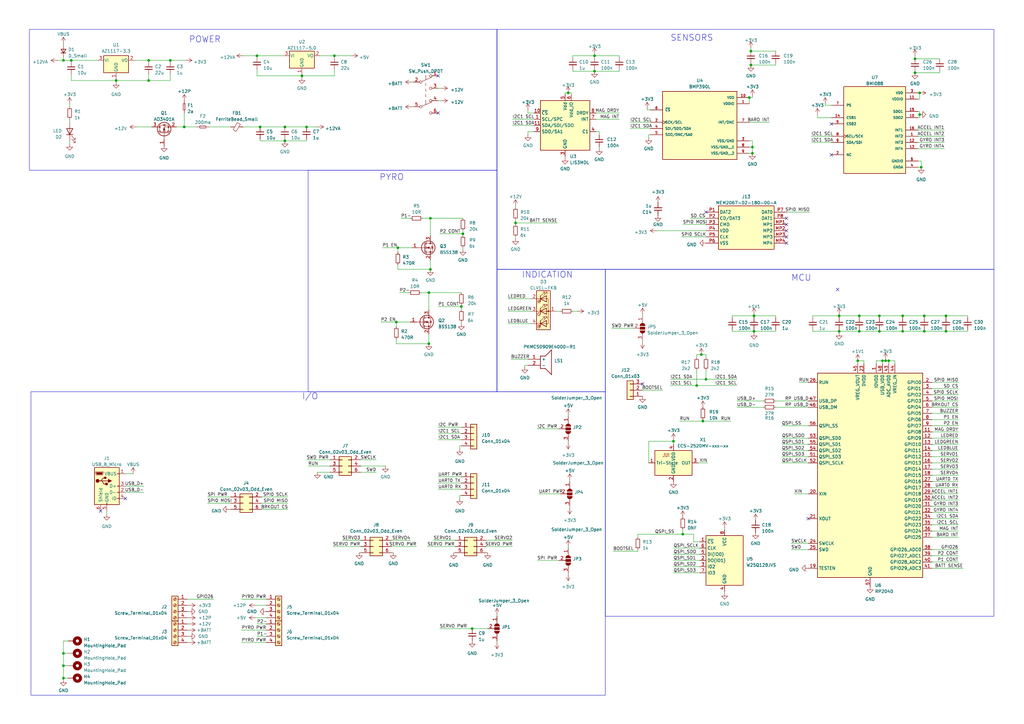
<source format=kicad_sch>
(kicad_sch (version 20231120) (generator "eeschema") (generator_version "8.0")
  (paper "A3")
  (title_block (title "Maru") (date "2023-08-24") (rev "Alpha"))
  (junction (at 287.655 145.415))
  (junction (at 243.84 29.21))
  (junction (at 375.285 24.13))
  (junction (at 243.84 22.86))
  (junction (at 123.825 31.115))
  (junction (at 189.23 125.73))
  (junction (at 26.035 278.13))
  (junction (at 285.75 158.115))
  (junction (at 375.285 29.845))
  (junction (at 308.61 62.865))
  (junction (at 26.035 273.05))
  (junction (at 379.095 135.89))
  (junction (at 344.17 129.54))
  (junction (at 387.985 135.89))
  (junction (at 193.675 257.81))
  (junction (at 387.985 129.54))
  (junction (at 379.095 129.54))
  (junction (at 175.895 140.97))
  (junction (at 105.41 22.86))
  (junction (at 26.035 267.97))
  (junction (at 377.19 38.1))
  (junction (at 288.29 172.72))
  (junction (at 75.565 52.07))
  (junction (at 307.975 20.955))
  (junction (at 364.49 147.955))
  (junction (at 47.625 33.02))
  (junction (at 106.68 52.07))
  (junction (at 176.53 110.49))
  (junction (at 370.205 135.89))
  (junction (at 116.84 52.07))
  (junction (at 176.53 89.535))
  (junction (at 189.865 95.885))
  (junction (at 60.96 24.765))
  (junction (at 360.68 135.89))
  (junction (at 163.195 101.6))
  (junction (at 125.73 52.07))
  (junction (at 370.205 129.54))
  (junction (at 308.61 60.325))
  (junction (at 309.245 135.89))
  (junction (at 69.85 24.765))
  (junction (at 307.975 26.67))
  (junction (at 352.425 129.54))
  (junction (at 377.825 68.58))
  (junction (at 233.045 38.1))
  (junction (at 361.95 147.955))
  (junction (at 137.16 22.86))
  (junction (at 116.84 57.785))
  (junction (at 309.245 129.54))
  (junction (at 162.56 132.08))
  (junction (at 351.79 147.955))
  (junction (at 307.34 40.005))
  (junction (at 211.455 91.44))
  (junction (at 344.17 135.89))
  (junction (at 360.68 129.54))
  (junction (at 26.035 24.765))
  (junction (at 352.425 135.89))
  (junction (at 363.22 147.955))
  (junction (at 60.96 33.02))
  (junction (at 29.21 24.765))
  (junction (at 175.895 120.015))
  (junction (at 377.19 46.99))
  (junction (at 276.225 180.975))
  (junction (at 289.56 155.575))
  (junction (at 280.035 219.075))
  (no_connect (at 340.995 50.8))
  (no_connect (at 41.275 209.55))
  (no_connect (at 343.535 118.745))
  (no_connect (at 322.58 97.155))
  (no_connect (at 322.58 94.615))
  (no_connect (at 263.525 157.48))
  (no_connect (at 322.58 99.695))
  (no_connect (at 322.58 92.075))
  (no_connect (at 322.58 89.535))
  (no_connect (at 51.435 204.47))
  (no_connect (at 289.56 86.995))
  (no_connect (at 179.705 46.355))
  (no_connect (at 340.995 63.5))
  (no_connect (at 179.705 31.115))
  (no_connect (at 331.47 212.725))
  (wire (pts (xy 361.95 147.955) (xy 363.22 147.955)))
  (wire (pts (xy 354.33 147.955) (xy 354.33 149.225)))
  (wire (pts (xy 244.475 48.895) (xy 254 48.895)))
  (wire (pts (xy 163.83 120.015) (xy 167.64 120.015)))
  (wire (pts (xy 377.19 45.72) (xy 377.19 46.99)))
  (wire (pts (xy 26.035 23.495) (xy 26.035 24.765)))
  (wire (pts (xy 216.535 55.245) (xy 216.535 53.975)))
  (wire (pts (xy 285.75 145.415) (xy 285.75 146.685)))
  (wire (pts (xy 258.445 52.705) (xy 266.7 52.705)))
  (wire (pts (xy 382.27 200.025) (xy 393.065 200.025)))
  (wire (pts (xy 387.985 129.54) (xy 387.985 130.175)))
  (wire (pts (xy 274.955 155.575) (xy 289.56 155.575)))
  (wire (pts (xy 199.39 221.615) (xy 210.185 221.615)))
  (wire (pts (xy 209.55 147.32) (xy 216.535 147.32)))
  (wire (pts (xy 382.27 189.865) (xy 393.065 189.865)))
  (wire (pts (xy 179.705 175.26) (xy 189.23 175.26)))
  (wire (pts (xy 211.455 97.155) (xy 211.455 97.79)))
  (wire (pts (xy 244.475 53.975) (xy 245.745 53.975)))
  (wire (pts (xy 231.775 64.135) (xy 231.775 64.77)))
  (wire (pts (xy 234.95 22.86) (xy 243.84 22.86)))
  (wire (pts (xy 307.975 26.67) (xy 318.135 26.67)))
  (wire (pts (xy 261.62 226.06) (xy 261.62 225.425)))
  (wire (pts (xy 245.745 60.325) (xy 245.745 60.96)))
  (wire (pts (xy 176.53 110.49) (xy 163.195 110.49)))
  (wire (pts (xy 309.245 128.905) (xy 309.245 129.54)))
  (wire (pts (xy 47.625 33.655) (xy 47.625 33.02)))
  (wire (pts (xy 76.2 24.765) (xy 69.85 24.765)))
  (wire (pts (xy 308.61 60.325) (xy 308.61 57.785)))
  (wire (pts (xy 307.975 19.685) (xy 307.975 20.955)))
  (wire (pts (xy 243.84 22.86) (xy 243.84 23.495)))
  (wire (pts (xy 376.555 38.1) (xy 377.19 38.1)))
  (wire (pts (xy 51.435 199.39) (xy 59.055 199.39)))
  (wire (pts (xy 375.285 24.13) (xy 385.445 24.13)))
  (wire (pts (xy 180.34 257.81) (xy 193.675 257.81)))
  (wire (pts (xy 140.335 221.615) (xy 147.955 221.615)))
  (wire (pts (xy 177.8 221.615) (xy 186.69 221.615)))
  (wire (pts (xy 107.315 203.835) (xy 118.11 203.835)))
  (wire (pts (xy 379.095 129.54) (xy 387.985 129.54)))
  (wire (pts (xy 234.95 22.86) (xy 234.95 23.495)))
  (wire (pts (xy 359.41 149.225) (xy 359.41 147.955)))
  (wire (pts (xy 162.56 133.985) (xy 162.56 132.08)))
  (wire (pts (xy 244.475 46.355) (xy 254 46.355)))
  (wire (pts (xy 76.835 258.445) (xy 77.47 258.445)))
  (wire (pts (xy 168.91 43.815) (xy 169.545 43.815)))
  (wire (pts (xy 382.27 159.385) (xy 393.065 159.385)))
  (wire (pts (xy 344.17 135.89) (xy 333.375 135.89)))
  (wire (pts (xy 344.17 129.54) (xy 344.17 130.175)))
  (wire (pts (xy 324.485 225.425) (xy 331.47 225.425)))
  (wire (pts (xy 376.555 45.72) (xy 377.19 45.72)))
  (wire (pts (xy 308.61 62.865) (xy 308.61 60.325)))
  (wire (pts (xy 179.705 195.58) (xy 189.23 195.58)))
  (wire (pts (xy 309.245 135.89) (xy 309.245 135.255)))
  (wire (pts (xy 285.75 158.115) (xy 302.26 158.115)))
  (wire (pts (xy 130.175 193.675) (xy 135.255 193.675)))
  (wire (pts (xy 163.195 101.6) (xy 168.91 101.6)))
  (wire (pts (xy 105.41 255.905) (xy 109.22 255.905)))
  (wire (pts (xy 211.455 90.17) (xy 211.455 91.44)))
  (wire (pts (xy 26.035 278.765) (xy 26.035 278.13)))
  (wire (pts (xy 179.705 198.12) (xy 189.23 198.12)))
  (wire (pts (xy 43.815 209.55) (xy 43.815 210.82)))
  (wire (pts (xy 318.135 135.89) (xy 318.135 135.255)))
  (wire (pts (xy 28.575 50.165) (xy 28.575 48.895)))
  (wire (pts (xy 175.895 120.015) (xy 189.23 120.015)))
  (wire (pts (xy 309.245 135.89) (xy 309.245 136.525)))
  (wire (pts (xy 105.41 260.985) (xy 109.22 260.985)))
  (wire (pts (xy 284.48 222.25) (xy 287.02 222.25)))
  (wire (pts (xy 69.85 33.02) (xy 60.96 33.02)))
  (wire (pts (xy 287.655 145.415) (xy 289.56 145.415)))
  (wire (pts (xy 208.28 127.635) (xy 217.805 127.635)))
  (wire (pts (xy 387.985 135.89) (xy 396.875 135.89)))
  (wire (pts (xy 261.62 219.075) (xy 280.035 219.075)))
  (wire (pts (xy 176.53 89.535) (xy 176.53 96.52)))
  (wire (pts (xy 26.035 267.97) (xy 27.94 267.97)))
  (wire (pts (xy 302.26 167.005) (xy 313.055 167.005)))
  (wire (pts (xy 106.68 57.785) (xy 106.68 57.15)))
  (wire (pts (xy 382.27 220.345) (xy 393.065 220.345)))
  (wire (pts (xy 28.575 57.785) (xy 28.575 59.055)))
  (wire (pts (xy 243.84 28.575) (xy 243.84 29.21)))
  (wire (pts (xy 26.035 278.13) (xy 26.035 273.05)))
  (wire (pts (xy 107.315 208.915) (xy 118.11 208.915)))
  (wire (pts (xy 324.485 222.885) (xy 331.47 222.885)))
  (wire (pts (xy 208.28 132.715) (xy 217.805 132.715)))
  (wire (pts (xy 131.445 22.86) (xy 137.16 22.86)))
  (wire (pts (xy 344.17 135.89) (xy 344.17 136.525)))
  (wire (pts (xy 188.595 184.15) (xy 188.595 182.88)))
  (wire (pts (xy 318.135 129.54) (xy 318.135 130.175)))
  (wire (pts (xy 189.865 94.615) (xy 189.865 95.885)))
  (wire (pts (xy 258.445 50.165) (xy 266.7 50.165)))
  (wire (pts (xy 363.22 147.955) (xy 364.49 147.955)))
  (wire (pts (xy 28.575 42.545) (xy 28.575 43.815)))
  (wire (pts (xy 302.26 164.465) (xy 313.055 164.465)))
  (wire (pts (xy 276.225 180.975) (xy 276.225 182.245)))
  (wire (pts (xy 116.84 52.07) (xy 106.68 52.07)))
  (wire (pts (xy 60.96 33.02) (xy 60.96 30.48)))
  (wire (pts (xy 375.285 29.845) (xy 385.445 29.845)))
  (wire (pts (xy 125.73 52.07) (xy 116.84 52.07)))
  (wire (pts (xy 382.27 192.405) (xy 393.065 192.405)))
  (wire (pts (xy 215.265 149.86) (xy 216.535 149.86)))
  (wire (pts (xy 266.065 189.865) (xy 266.065 180.975)))
  (wire (pts (xy 199.39 224.155) (xy 210.185 224.155)))
  (wire (pts (xy 320.675 189.865) (xy 331.47 189.865)))
  (wire (pts (xy 76.835 255.905) (xy 77.47 255.905)))
  (wire (pts (xy 376.555 60.96) (xy 387.35 60.96)))
  (wire (pts (xy 363.22 147.32) (xy 363.22 147.955)))
  (wire (pts (xy 105.41 22.86) (xy 105.41 23.495)))
  (wire (pts (xy 360.68 135.89) (xy 370.205 135.89)))
  (wire (pts (xy 179.705 41.275) (xy 180.975 41.275)))
  (wire (pts (xy 26.035 278.13) (xy 27.94 278.13)))
  (wire (pts (xy 332.74 55.88) (xy 340.995 55.88)))
  (wire (pts (xy 29.21 24.765) (xy 29.21 25.4)))
  (wire (pts (xy 234.95 127.635) (xy 236.855 127.635)))
  (wire (pts (xy 227.965 127.635) (xy 229.87 127.635)))
  (wire (pts (xy 188.595 203.2) (xy 189.23 203.2)))
  (wire (pts (xy 189.23 132.08) (xy 189.23 132.715)))
  (wire (pts (xy 280.035 219.075) (xy 284.48 219.075)))
  (wire (pts (xy 300.355 135.89) (xy 300.355 135.255)))
  (wire (pts (xy 352.425 129.54) (xy 352.425 130.175)))
  (wire (pts (xy 376.555 40.64) (xy 377.19 40.64)))
  (wire (pts (xy 376.555 55.88) (xy 387.35 55.88)))
  (wire (pts (xy 382.27 202.565) (xy 393.065 202.565)))
  (wire (pts (xy 234.95 29.21) (xy 234.95 28.575)))
  (wire (pts (xy 47.625 33.02) (xy 60.96 33.02)))
  (wire (pts (xy 385.445 29.21) (xy 385.445 29.845)))
  (wire (pts (xy 109.22 248.285) (xy 104.775 248.285)))
  (wire (pts (xy 309.245 129.54) (xy 318.135 129.54)))
  (wire (pts (xy 179.705 125.73) (xy 189.23 125.73)))
  (wire (pts (xy 278.765 172.72) (xy 288.29 172.72)))
  (wire (pts (xy 243.84 29.21) (xy 254 29.21)))
  (wire (pts (xy 263.525 128.905) (xy 263.525 129.54)))
  (wire (pts (xy 220.98 202.565) (xy 229.87 202.565)))
  (wire (pts (xy 263.525 160.02) (xy 271.78 160.02)))
  (wire (pts (xy 69.85 30.48) (xy 69.85 33.02)))
  (wire (pts (xy 60.96 24.765) (xy 60.96 25.4)))
  (wire (pts (xy 269.24 94.615) (xy 289.56 94.615)))
  (wire (pts (xy 338.455 43.18) (xy 338.455 42.545)))
  (wire (pts (xy 265.43 44.45) (xy 265.43 45.085)))
  (wire (pts (xy 370.205 135.89) (xy 379.095 135.89)))
  (wire (pts (xy 318.135 26.035) (xy 318.135 26.67)))
  (wire (pts (xy 370.205 129.54) (xy 370.205 130.175)))
  (wire (pts (xy 51.435 194.31) (xy 54.61 194.31)))
  (wire (pts (xy 188.595 182.88) (xy 189.23 182.88)))
  (wire (pts (xy 266.065 180.975) (xy 276.225 180.975)))
  (wire (pts (xy 116.84 57.15) (xy 116.84 57.785)))
  (wire (pts (xy 352.425 135.89) (xy 352.425 135.255)))
  (wire (pts (xy 300.355 129.54) (xy 300.355 130.175)))
  (wire (pts (xy 276.225 224.79) (xy 287.02 224.79)))
  (wire (pts (xy 85.09 203.835) (xy 94.615 203.835)))
  (wire (pts (xy 382.27 212.725) (xy 393.065 212.725)))
  (wire (pts (xy 137.16 22.86) (xy 144.145 22.86)))
  (wire (pts (xy 216.535 45.085) (xy 216.535 46.355)))
  (wire (pts (xy 137.16 22.86) (xy 137.16 23.495)))
  (wire (pts (xy 76.835 248.285) (xy 77.47 248.285)))
  (wire (pts (xy 85.725 52.07) (xy 94.615 52.07)))
  (wire (pts (xy 265.43 45.085) (xy 266.7 45.085)))
  (wire (pts (xy 266.065 55.245) (xy 266.7 55.245)))
  (wire (pts (xy 285.75 145.415) (xy 287.655 145.415)))
  (wire (pts (xy 233.045 170.18) (xy 233.045 170.815)))
  (wire (pts (xy 379.095 129.54) (xy 379.095 130.175)))
  (wire (pts (xy 360.68 129.54) (xy 370.205 129.54)))
  (wire (pts (xy 283.21 89.535) (xy 289.56 89.535)))
  (wire (pts (xy 233.68 208.28) (xy 233.68 207.645)))
  (wire (pts (xy 200.025 226.695) (xy 199.39 226.695)))
  (wire (pts (xy 382.27 187.325) (xy 393.065 187.325)))
  (wire (pts (xy 147.955 188.595) (xy 154.305 188.595)))
  (wire (pts (xy 279.4 97.155) (xy 289.56 97.155)))
  (wire (pts (xy 168.91 33.655) (xy 169.545 33.655)))
  (wire (pts (xy 382.27 169.545) (xy 393.065 169.545)))
  (wire (pts (xy 69.85 25.4) (xy 69.85 24.765)))
  (wire (pts (xy 309.245 129.54) (xy 309.245 130.175)))
  (wire (pts (xy 335.28 46.99) (xy 335.28 48.26)))
  (wire (pts (xy 285.75 151.765) (xy 285.75 158.115)))
  (wire (pts (xy 307.34 50.165) (xy 315.595 50.165)))
  (wire (pts (xy 333.375 135.89) (xy 333.375 135.255)))
  (wire (pts (xy 382.27 177.165) (xy 393.065 177.165)))
  (wire (pts (xy 109.22 258.445) (xy 99.06 258.445)))
  (wire (pts (xy 288.29 172.085) (xy 288.29 172.72)))
  (wire (pts (xy 266.065 56.515) (xy 266.065 55.245)))
  (wire (pts (xy 318.135 164.465) (xy 331.47 164.465)))
  (wire (pts (xy 307.34 62.865) (xy 308.61 62.865)))
  (wire (pts (xy 382.27 161.925) (xy 393.065 161.925)))
  (wire (pts (xy 327.66 156.845) (xy 331.47 156.845)))
  (wire (pts (xy 193.675 257.81) (xy 200.025 257.81)))
  (wire (pts (xy 109.22 245.745) (xy 99.06 245.745)))
  (wire (pts (xy 93.98 208.915) (xy 94.615 208.915)))
  (wire (pts (xy 332.74 58.42) (xy 340.995 58.42)))
  (wire (pts (xy 297.18 243.205) (xy 297.18 242.57)))
  (wire (pts (xy 77.47 263.525) (xy 76.835 263.525)))
  (wire (pts (xy 164.465 89.535) (xy 168.275 89.535)))
  (wire (pts (xy 136.525 224.155) (xy 147.955 224.155)))
  (wire (pts (xy 243.84 29.21) (xy 234.95 29.21)))
  (wire (pts (xy 289.56 155.575) (xy 302.26 155.575)))
  (wire (pts (xy 359.41 147.955) (xy 361.95 147.955)))
  (wire (pts (xy 175.26 224.155) (xy 186.69 224.155)))
  (wire (pts (xy 130.175 52.07) (xy 125.73 52.07)))
  (wire (pts (xy 211.455 91.44) (xy 211.455 92.075)))
  (wire (pts (xy 320.675 174.625) (xy 331.47 174.625)))
  (wire (pts (xy 289.56 145.415) (xy 289.56 146.685)))
  (wire (pts (xy 105.41 28.575) (xy 105.41 31.115)))
  (wire (pts (xy 189.865 95.885) (xy 189.865 96.52)))
  (wire (pts (xy 55.88 52.07) (xy 62.23 52.07)))
  (wire (pts (xy 161.29 226.695) (xy 160.655 226.695)))
  (wire (pts (xy 360.68 135.89) (xy 360.68 135.255)))
  (wire (pts (xy 189.23 177.8) (xy 179.705 177.8)))
  (wire (pts (xy 203.835 252.095) (xy 203.835 252.73)))
  (wire (pts (xy 320.675 187.325) (xy 331.47 187.325)))
  (wire (pts (xy 173.355 89.535) (xy 176.53 89.535)))
  (wire (pts (xy 333.375 129.54) (xy 344.17 129.54)))
  (wire (pts (xy 382.27 174.625) (xy 393.065 174.625)))
  (wire (pts (xy 382.27 225.425) (xy 393.065 225.425)))
  (wire (pts (xy 307.34 40.005) (xy 307.34 42.545)))
  (wire (pts (xy 26.035 18.415) (xy 26.035 17.78)))
  (wire (pts (xy 376.555 53.34) (xy 387.35 53.34)))
  (wire (pts (xy 26.035 267.97) (xy 26.035 262.89)))
  (wire (pts (xy 137.16 31.115) (xy 137.16 28.575)))
  (wire (pts (xy 382.27 167.005) (xy 393.065 167.005)))
  (wire (pts (xy 308.61 57.785) (xy 307.34 57.785)))
  (wire (pts (xy 254 22.86) (xy 254 23.495)))
  (wire (pts (xy 370.205 135.89) (xy 370.205 135.255)))
  (wire (pts (xy 309.245 135.89) (xy 318.135 135.89)))
  (wire (pts (xy 107.315 206.375) (xy 118.11 206.375)))
  (wire (pts (xy 220.345 229.87) (xy 229.235 229.87)))
  (wire (pts (xy 288.29 172.72) (xy 299.72 172.72)))
  (wire (pts (xy 335.28 48.26) (xy 340.995 48.26)))
  (wire (pts (xy 377.825 66.04) (xy 377.825 68.58)))
  (wire (pts (xy 377.19 40.64) (xy 377.19 38.1)))
  (wire (pts (xy 26.035 24.765) (xy 29.21 24.765)))
  (wire (pts (xy 175.895 137.16) (xy 175.895 140.97)))
  (wire (pts (xy 382.27 215.265) (xy 393.065 215.265)))
  (wire (pts (xy 276.225 227.33) (xy 287.02 227.33)))
  (wire (pts (xy 147.955 191.135) (xy 158.115 191.135)))
  (wire (pts (xy 156.845 101.6) (xy 163.195 101.6)))
  (wire (pts (xy 23.495 24.765) (xy 26.035 24.765)))
  (wire (pts (xy 162.56 140.97) (xy 162.56 139.065)))
  (wire (pts (xy 320.675 179.705) (xy 331.47 179.705)))
  (wire (pts (xy 163.195 110.49) (xy 163.195 108.585)))
  (wire (pts (xy 338.455 43.18) (xy 340.995 43.18)))
  (wire (pts (xy 233.045 181.61) (xy 233.045 180.975)))
  (wire (pts (xy 233.045 235.585) (xy 233.045 234.95)))
  (wire (pts (xy 233.68 196.85) (xy 233.68 197.485)))
  (wire (pts (xy 215.265 150.495) (xy 215.265 149.86)))
  (wire (pts (xy 186.055 226.695) (xy 186.69 226.695)))
  (wire (pts (xy 376.555 58.42) (xy 387.35 58.42)))
  (wire (pts (xy 40.005 24.765) (xy 29.21 24.765)))
  (wire (pts (xy 26.035 262.89) (xy 27.94 262.89)))
  (wire (pts (xy 116.84 57.785) (xy 106.68 57.785)))
  (wire (pts (xy 300.355 129.54) (xy 309.245 129.54)))
  (wire (pts (xy 280.035 92.075) (xy 289.56 92.075)))
  (wire (pts (xy 60.96 24.765) (xy 69.85 24.765)))
  (wire (pts (xy 308.61 40.005) (xy 307.34 40.005)))
  (wire (pts (xy 116.205 22.86) (xy 105.41 22.86)))
  (wire (pts (xy 344.17 128.905) (xy 344.17 129.54)))
  (wire (pts (xy 361.95 147.955) (xy 361.95 149.225)))
  (wire (pts (xy 382.27 205.105) (xy 393.065 205.105)))
  (wire (pts (xy 276.225 180.34) (xy 276.225 180.975)))
  (wire (pts (xy 29.21 30.48) (xy 29.21 33.02)))
  (wire (pts (xy 29.21 33.02) (xy 47.625 33.02)))
  (wire (pts (xy 370.205 129.54) (xy 379.095 129.54)))
  (wire (pts (xy 147.32 226.695) (xy 147.955 226.695)))
  (wire (pts (xy 382.27 227.965) (xy 393.065 227.965)))
  (wire (pts (xy 344.17 135.89) (xy 352.425 135.89)))
  (wire (pts (xy 72.39 52.07) (xy 75.565 52.07)))
  (wire (pts (xy 176.53 106.68) (xy 176.53 110.49)))
  (wire (pts (xy 189.23 125.095) (xy 189.23 125.73)))
  (wire (pts (xy 382.27 233.045) (xy 394.97 233.045)))
  (wire (pts (xy 175.895 120.015) (xy 175.895 127)))
  (wire (pts (xy 375.285 29.21) (xy 375.285 29.845)))
  (wire (pts (xy 189.23 180.34) (xy 179.705 180.34)))
  (wire (pts (xy 276.225 234.95) (xy 287.02 234.95)))
  (wire (pts (xy 387.985 129.54) (xy 396.875 129.54)))
  (wire (pts (xy 379.095 135.89) (xy 379.095 135.255)))
  (wire (pts (xy 382.27 194.945) (xy 393.065 194.945)))
  (wire (pts (xy 156.21 132.08) (xy 162.56 132.08)))
  (wire (pts (xy 163.195 103.505) (xy 163.195 101.6)))
  (wire (pts (xy 210.185 48.895) (xy 219.075 48.895)))
  (wire (pts (xy 104.775 253.365) (xy 109.22 253.365)))
  (wire (pts (xy 331.47 202.565) (xy 325.755 202.565)))
  (wire (pts (xy 172.72 120.015) (xy 175.895 120.015)))
  (wire (pts (xy 367.03 147.955) (xy 367.03 149.225)))
  (wire (pts (xy 261.62 219.075) (xy 261.62 220.345)))
  (wire (pts (xy 250.825 134.62) (xy 259.715 134.62)))
  (wire (pts (xy 297.18 216.535) (xy 297.18 217.17)))
  (wire (pts (xy 351.79 147.955) (xy 351.79 149.225)))
  (wire (pts (xy 123.825 31.75) (xy 123.825 31.115)))
  (wire (pts (xy 318.135 167.005) (xy 331.47 167.005)))
  (wire (pts (xy 387.985 135.89) (xy 387.985 135.255)))
  (wire (pts (xy 188.595 204.47) (xy 188.595 203.2)))
  (wire (pts (xy 77.47 250.825) (xy 76.835 250.825)))
  (wire (pts (xy 123.825 31.115) (xy 137.16 31.115)))
  (wire (pts (xy 396.875 129.54) (xy 396.875 130.175)))
  (wire (pts (xy 76.835 245.745) (xy 87.63 245.745)))
  (wire (pts (xy 26.035 273.05) (xy 26.035 267.97)))
  (wire (pts (xy 210.185 51.435) (xy 219.075 51.435)))
  (wire (pts (xy 377.19 46.99) (xy 377.19 48.26)))
  (wire (pts (xy 333.375 129.54) (xy 333.375 130.175)))
  (wire (pts (xy 396.875 135.89) (xy 396.875 135.255)))
  (wire (pts (xy 99.695 22.86) (xy 105.41 22.86)))
  (wire (pts (xy 47.625 32.385) (xy 47.625 33.02)))
  (wire (pts (xy 179.705 36.195) (xy 180.975 36.195)))
  (wire (pts (xy 160.655 224.155) (xy 170.815 224.155)))
  (wire (pts (xy 233.045 38.1) (xy 234.315 38.1)))
  (wire (pts (xy 179.705 200.66) (xy 189.23 200.66)))
  (wire (pts (xy 320.675 184.785) (xy 331.47 184.785)))
  (wire (pts (xy 376.555 48.26) (xy 377.19 48.26)))
  (wire (pts (xy 300.355 135.89) (xy 309.245 135.89)))
  (wire (pts (xy 376.555 66.04) (xy 377.825 66.04)))
  (wire (pts (xy 243.84 22.86) (xy 254 22.86)))
  (wire (pts (xy 382.27 230.505) (xy 393.065 230.505)))
  (wire (pts (xy 125.73 57.785) (xy 116.84 57.785)))
  (wire (pts (xy 189.23 125.73) (xy 189.23 127)))
  (wire (pts (xy 175.895 140.97) (xy 162.56 140.97)))
  (wire (pts (xy 364.49 147.955) (xy 367.03 147.955)))
  (wire (pts (xy 307.975 26.035) (xy 307.975 26.67)))
  (wire (pts (xy 75.565 46.355) (xy 75.565 52.07)))
  (wire (pts (xy 125.73 57.15) (xy 125.73 57.785)))
  (wire (pts (xy 126.365 191.135) (xy 135.255 191.135)))
  (wire (pts (xy 233.045 224.155) (xy 233.045 224.79)))
  (wire (pts (xy 308.61 39.37) (xy 308.61 40.005)))
  (wire (pts (xy 382.27 210.185) (xy 393.065 210.185)))
  (wire (pts (xy 85.09 206.375) (xy 94.615 206.375)))
  (wire (pts (xy 216.535 53.975) (xy 219.075 53.975)))
  (wire (pts (xy 26.035 273.05) (xy 27.94 273.05)))
  (wire (pts (xy 382.27 207.645) (xy 393.065 207.645)))
  (wire (pts (xy 105.41 31.115) (xy 123.825 31.115)))
  (wire (pts (xy 176.53 89.535) (xy 189.865 89.535)))
  (wire (pts (xy 123.825 30.48) (xy 123.825 31.115)))
  (wire (pts (xy 382.27 217.805) (xy 393.065 217.805)))
  (wire (pts (xy 211.455 84.455) (xy 211.455 85.09)))
  (wire (pts (xy 109.22 263.525) (xy 99.06 263.525)))
  (wire (pts (xy 307.975 20.955) (xy 318.135 20.955)))
  (wire (pts (xy 274.955 158.115) (xy 285.75 158.115)))
  (wire (pts (xy 307.34 60.325) (xy 308.61 60.325)))
  (wire (pts (xy 382.27 172.085) (xy 393.065 172.085)))
  (wire (pts (xy 364.49 147.955) (xy 364.49 149.225)))
  (wire (pts (xy 289.56 151.765) (xy 289.56 155.575)))
  (wire (pts (xy 376.555 68.58) (xy 377.825 68.58)))
  (wire (pts (xy 375.285 22.86) (xy 375.285 24.13)))
  (wire (pts (xy 189.865 101.6) (xy 189.865 102.235)))
  (wire (pts (xy 382.27 179.705) (xy 393.065 179.705)))
  (wire (pts (xy 75.565 52.07) (xy 80.645 52.07)))
  (wire (pts (xy 280.035 217.17) (xy 280.035 219.075)))
  (wire (pts (xy 284.48 219.075) (xy 284.48 222.25)))
  (wire (pts (xy 322.58 86.995) (xy 332.105 86.995)))
  (wire (pts (xy 180.34 95.885) (xy 189.865 95.885)))
  (wire (pts (xy 251.46 226.06) (xy 261.62 226.06)))
  (wire (pts (xy 220.345 175.895) (xy 229.235 175.895)))
  (wire (pts (xy 233.045 38.1) (xy 231.775 38.1)))
  (wire (pts (xy 290.195 189.865) (xy 286.385 189.865)))
  (wire (pts (xy 76.835 253.365) (xy 77.47 253.365)))
  (wire (pts (xy 125.73 188.595) (xy 135.255 188.595)))
  (wire (pts (xy 234.315 38.1) (xy 234.315 38.735)))
  (wire (pts (xy 51.435 201.93) (xy 59.055 201.93)))
  (wire (pts (xy 243.84 22.225) (xy 243.84 22.86)))
  (wire (pts (xy 55.245 24.765) (xy 60.96 24.765)))
  (wire (pts (xy 76.835 260.985) (xy 77.47 260.985)))
  (wire (pts (xy 352.425 135.89) (xy 360.68 135.89)))
  (wire (pts (xy 382.27 156.845) (xy 393.065 156.845)))
  (wire (pts (xy 147.955 193.675) (xy 154.305 193.675)))
  (wire (pts (xy 203.835 263.525) (xy 203.835 262.89)))
  (wire (pts (xy 379.095 135.89) (xy 387.985 135.89)))
  (wire (pts (xy 263.525 140.335) (xy 263.525 139.7)))
  (wire (pts (xy 276.225 229.87) (xy 287.02 229.87)))
  (wire (pts (xy 231.775 38.1) (xy 231.775 38.735)))
  (wire (pts (xy 352.425 129.54) (xy 360.68 129.54)))
  (wire (pts (xy 208.28 122.555) (xy 217.805 122.555)))
  (wire (pts (xy 360.68 129.54) (xy 360.68 130.175)))
  (wire (pts (xy 320.675 182.245) (xy 331.47 182.245)))
  (wire (pts (xy 160.655 221.615) (xy 168.275 221.615)))
  (wire (pts (xy 106.68 52.07) (xy 99.695 52.07)))
  (wire (pts (xy 211.455 91.44) (xy 228.6 91.44)))
  (wire (pts (xy 382.27 182.245) (xy 393.065 182.245)))
  (wire (pts (xy 245.745 53.975) (xy 245.745 55.245)))
  (wire (pts (xy 254 28.575) (xy 254 29.21)))
  (wire (pts (xy 216.535 46.355) (xy 219.075 46.355)))
  (wire (pts (xy 162.56 132.08) (xy 168.275 132.08)))
  (wire (pts (xy 344.17 129.54) (xy 352.425 129.54)))
  (wire (pts (xy 344.17 135.89) (xy 344.17 135.255)))
  (wire (pts (xy 382.27 184.785) (xy 393.065 184.785)))
  (wire (pts (xy 382.27 164.465) (xy 393.065 164.465)))
  (wire (pts (xy 351.79 147.955) (xy 354.33 147.955)))
  (wire (pts (xy 382.27 197.485) (xy 393.065 197.485)))
  (wire (pts (xy 276.225 232.41) (xy 287.02 232.41)))
  (rectangle (start 12.7 160.655) (end 248.285 285.115))
  (rectangle (start 203.835 12.065) (end 407.67 110.49))
  (rectangle (start 203.835 110.49) (end 248.285 160.655))
  (rectangle (start 12.065 12.065) (end 203.835 69.85))
  (rectangle (start 248.285 110.49) (end 407.67 252.73))
  (rectangle (start 126.365 69.85) (end 203.835 160.655))
  (text "I/O\n\n" (at 123.825 168.275 0) (effects (font (size 2.54 2.54)) (justify left bottom)))
  (text "SENSORS\n" (at 274.955 17.145 0) (effects (font (size 2.54 2.54)) (justify left bottom)))
  (text "INDICATION" (at 213.995 114.3 0) (effects (font (size 2.54 2.54)) (justify left bottom)))
  (text "PYRO" (at 155.575 74.295 0) (effects (font (size 2.54 2.54)) (justify left bottom)))
  (text "POWER\n" (at 77.47 17.78 0) (effects (font (size 2.54 2.54)) (justify left bottom)))
  (text "MCU" (at 324.485 115.57 0) (effects (font (size 2.54 2.54)) (justify left bottom)))
  (label "BUZZER" (at 393.065 169.545 180))
  (label "SERVO4" (at 393.065 194.945 180))
  (label "P1 CONT" (at 179.705 125.73 0))
  (label "QSPI_SD3" (at 320.675 187.325 0))
  (label "QSPI_SD3" (at 276.225 234.95 0))
  (label "UART0 TX" (at 393.065 197.485 180))
  (label "P1-" (at 105.41 260.985 0))
  (label "I2C1 SCL" (at 210.185 48.895 0))
  (label "LEDGREEN" (at 208.28 127.635 0))
  (label "QSPI_SDO" (at 276.225 227.33 0))
  (label "SPI0 SCLK" (at 393.065 161.925 180))
  (label "QSPI_SCLK" (at 276.225 224.79 0))
  (label "SERVO PWR" (at 170.815 224.155 180))
  (label "P1-" (at 164.465 89.535 0))
  (label "SPI0 SCLK" (at 279.4 97.155 0))
  (label "GYRO INT3" (at 393.065 207.645 180))
  (label "I2C1 SDA" (at 332.74 58.42 0))
  (label "SWD PWR" (at 250.825 134.62 0))
  (label "P2 EN" (at 156.21 132.08 0))
  (label "BOOTSEL" (at 251.46 226.06 0))
  (label "I2C1 SCL" (at 274.955 158.115 0))
  (label "SPI0 MOSI" (at 85.09 206.375 0))
  (label "P2 CONT" (at 393.065 227.965 180))
  (label "RP USB_D-" (at 321.945 167.005 0))
  (label "RUN" (at 278.765 172.72 0))
  (label "I2C1 SCL" (at 179.705 177.8 0))
  (label "SERVO PWR" (at 180.34 257.81 0))
  (label "UART PWR" (at 220.98 202.565 0))
  (label "USB_D+" (at 302.26 164.465 0))
  (label "GYRO INT4" (at 387.35 60.96 180))
  (label "SWD PWR" (at 125.73 188.595 0))
  (label "BUZZER" (at 209.55 147.32 0))
  (label "I2C PWR" (at 220.345 175.895 0))
  (label "RP USB_D+" (at 321.945 164.465 0))
  (label "PYRO PWR" (at 99.06 263.525 0))
  (label "I2C1 SDA" (at 258.445 52.705 0))
  (label "I2C1 SDA" (at 393.065 212.725 180))
  (label "USB_D-" (at 302.26 167.005 0))
  (label "QSPI_SD1" (at 320.675 182.245 0))
  (label "I2C1 SCL" (at 302.26 158.115 180))
  (label "SPI0 MOSI" (at 280.035 92.075 0))
  (label "USB_D+" (at 59.055 199.39 180))
  (label "GYRO INT4" (at 393.065 210.185 180))
  (label "GPIO26" (at 393.065 225.425 180))
  (label "ACCEL INT1" (at 393.065 202.565 180))
  (label "P2 CONT" (at 180.34 95.885 0))
  (label "SPI0 MISO" (at 332.105 86.995 180))
  (label "I2C PWR" (at 179.705 175.26 0))
  (label "ACCEL INT2" (at 393.065 205.105 180))
  (label "P1 EN" (at 393.065 172.085 180))
  (label "BRKOUT CS" (at 118.11 208.915 180))
  (label "LEDBLUE" (at 393.065 184.785 180))
  (label "SWD" (at 154.305 193.675 180))
  (label "SERVO PWR" (at 175.26 224.155 0))
  (label "SWCLK" (at 324.485 222.885 0))
  (label "UART PWR" (at 179.705 195.58 0))
  (label "LEDRED" (at 208.28 122.555 0))
  (label "QSPI_SS" (at 268.605 219.075 0))
  (label "BARO INT" (at 315.595 50.165 180))
  (label "SWCLK" (at 154.305 188.595 180))
  (label "QSPI_SCLK" (at 320.675 189.865 0))
  (label "P2 EN" (at 393.065 174.625 180))
  (label "MAG INT" (at 393.065 217.805 180))
  (label "XIN" (at 325.755 202.565 0))
  (label "SERVO1" (at 393.065 187.325 180))
  (label "QSPI_SD2" (at 276.225 232.41 0))
  (label "LEDRED" (at 393.065 179.705 180))
  (label "MAG DRDY" (at 254 46.355 180))
  (label "P2-" (at 105.41 255.905 0))
  (label "ACCEL INT1" (at 387.35 53.34 180))
  (label "I2C1 SCL" (at 393.065 215.265 180))
  (label "I2C1 SDA" (at 179.705 180.34 0))
  (label "P1 CONT" (at 393.065 230.505 180))
  (label "QSPI_SD2" (at 320.675 184.785 0))
  (label "SERVO2" (at 210.185 221.615 180))
  (label "SPI0 SCLK" (at 118.11 203.835 180))
  (label "SERVO4" (at 168.275 221.615 180))
  (label "ACCEL INT2" (at 387.35 55.88 180))
  (label "XIN" (at 290.195 189.865 180))
  (label "SERVO3" (at 393.065 192.405 180))
  (label "I2C1 SDA" (at 274.955 155.575 0))
  (label "RUN" (at 327.66 156.845 0))
  (label "SD CS" (at 283.21 89.535 0))
  (label "QSPI_SDO" (at 320.675 179.705 0))
  (label "SERVO1" (at 177.8 221.615 0))
  (label "UART0 RX" (at 393.065 200.025 180))
  (label "BRKOUT CS" (at 393.065 167.005 180))
  (label "QSPI_SD1" (at 276.225 229.87 0))
  (label "GPIO26" (at 87.63 245.745 180))
  (label "SPI0 MISO" (at 393.065 156.845 180))
  (label "SERVO PWR" (at 136.525 224.155 0))
  (label "SD CS" (at 393.065 159.385 180))
  (label "MAG DRDY" (at 393.065 177.165 180))
  (label "BOOTSEL" (at 271.78 160.02 180))
  (label "SPI PWR" (at 85.09 203.835 0))
  (label "LEDGREEN" (at 393.065 182.245 180))
  (label "PYRO PWR" (at 99.06 258.445 0))
  (label "USB_D-" (at 59.055 201.93 180))
  (label "SERVO2" (at 393.065 189.865 180))
  (label "RUN" (at 126.365 191.135 0))
  (label "UART0 TX" (at 179.705 198.12 0))
  (label "P2-" (at 163.83 120.015 0))
  (label "UART0 RX" (at 179.705 200.66 0))
  (label "LEDBLUE" (at 208.28 132.715 0))
  (label "BATT SENSE" (at 394.97 233.045 180))
  (label "SPI0 MOSI" (at 393.065 164.465 180))
  (label "SWD" (at 324.485 225.425 0))
  (label "I2C1 SCL" (at 258.445 50.165 0))
  (label "SERVO PWR" (at 210.185 224.155 180))
  (label "I2C1 SDA" (at 302.26 155.575 180))
  (label "SERVO3" (at 140.335 221.615 0))
  (label "I2C1 SDA" (at 210.185 51.435 0))
  (label "P1 EN" (at 156.845 101.6 0))
  (label "MAG INT" (at 254 48.895 180))
  (label "I2C1 SCL" (at 332.74 55.88 0))
  (label "SPI PWR" (at 220.345 229.87 0))
  (label "GYRO INT3" (at 387.35 58.42 180))
  (label "BATT SENSE" (at 228.6 91.44 180))
  (label "BARO INT" (at 393.065 220.345 180))
  (label "RUN" (at 299.72 172.72 180))
  (label "PYRO PWR" (at 99.06 245.745 0))
  (label "SPI0 MISO" (at 118.11 206.375 180))
  (label "QSPI_SS" (at 320.675 174.625 0))
  (symbol (lib_id "power:+12VA") (at 99.695 22.86 90) (unit 1)
    (property "Reference" "#PWR022" (effects (hide yes)))
    (property "Value" "+12VA" (at 96.52 23.495 90) (effects (justify left)))
  )
  (symbol (lib_id "Device:C_Small") (at 318.135 23.495 0) (unit 1)
    (property "Reference" "C19" (at 321.31 22.8663 0) (effects (justify left)))
    (property "Value" "100n" (at 321.31 25.4063 0) (effects (justify left)))
    (property "Footprint" "Capacitor_SMD:C_0603_1608Metric" (effects (hide yes)))
  )
  (symbol (lib_id "Device:C_Small") (at 344.17 132.715 0) (unit 1)
    (property "Reference" "C22" (at 346.71 132.0863 0) (effects (justify left)))
    (property "Value" "100n" (at 346.71 134.6263 0) (effects (justify left)))
    (property "Footprint" "Capacitor_SMD:C_0603_1608Metric" (effects (hide yes)))
  )
  (symbol (lib_id "power:GND") (at 161.29 226.695 0) (unit 1)
    (property "Reference" "#PWR030" (effects (hide yes)))
    (property "Value" "GND" (at 161.29 231.14 0))
  )
  (symbol (lib_id "power:+BATT") (at 168.91 43.815 90) (unit 1)
    (property "Reference" "#PWR032" (effects (hide yes)))
    (property "Value" "+BATT" (at 165.1 44.45 90) (effects (justify left)))
  )
  (symbol (lib_id "Device:C_Small") (at 375.285 26.67 0) (unit 1)
    (property "Reference" "C26" (at 378.46 25.4063 0) (effects (justify left)))
    (property "Value" "100n" (at 378.46 27.9463 0) (effects (justify left)))
    (property "Footprint" "Capacitor_SMD:C_0603_1608Metric" (effects (hide yes)))
  )
  (symbol (lib_id "power:+12V") (at 77.47 255.905 270) (unit 1)
    (property "Reference" "#PWR015" (effects (hide yes)))
    (property "Value" "+12V" (at 81.28 255.905 90) (effects (justify left)))
  )
  (symbol (lib_id "power:GND") (at 263.525 162.56 0) (unit 1)
    (property "Reference" "#PWR065" (effects (hide yes)))
    (property "Value" "GND" (at 263.525 167.005 0))
  )
  (symbol (lib_id "power:+3V3") (at 233.045 235.585 180) (unit 1)
    (property "Reference" "#PWR056" (effects (hide yes)))
    (property "Value" "+3V3" (at 233.045 240.665 0))
  )
  (symbol (lib_id "Device:R_Small") (at 261.62 222.885 0) (unit 1)
    (property "Reference" "R13" (at 263.525 222.25 0) (effects (justify left)))
    (property "Value" "1k" (at 263.525 224.79 0) (effects (justify left)))
    (property "Footprint" "Resistor_SMD:R_0603_1608Metric" (effects (hide yes)))
  )
  (symbol (lib_id "power:+12V") (at 55.88 52.07 90) (unit 1)
    (property "Reference" "#PWR026" (effects (hide yes)))
    (property "Value" "+12V" (at 52.07 52.705 90) (effects (justify left)))
  )
  (symbol (lib_id "power:+BATT") (at 77.47 263.525 270) (unit 1)
    (property "Reference" "#PWR018" (effects (hide yes)))
    (property "Value" "+BATT" (at 80.645 263.525 90) (effects (justify left)))
  )
  (symbol (lib_id "power:+5V") (at 263.525 128.905 0) (unit 1)
    (property "Reference" "#PWR063" (effects (hide yes)))
    (property "Value" "+5V" (at 263.525 125.095 0))
  )
  (symbol (lib_id "Transistor_FET:BSS138") (at 173.99 101.6 0) (unit 1)
    (property "Reference" "Q3" (at 180.34 100.965 0) (effects (justify left)))
    (property "Value" "BSS138" (at 180.34 103.505 0) (effects (justify left)))
    (property "Footprint" "Package_TO_SOT_SMD:SOT-23" (effects (hide yes)))
    (property "Datasheet" "https://www.onsemi.com/pub/Collateral/BSS138-D.PDF" (effects (hide yes)))
  )
  (symbol (lib_id "Device:C_Small") (at 396.875 132.715 0) (unit 1)
    (property "Reference" "C30" (at 399.415 132.0863 0) (effects (justify left)))
    (property "Value" "100n" (at 399.415 134.6263 0) (effects (justify left)))
    (property "Footprint" "Capacitor_SMD:C_0603_1608Metric" (effects (hide yes)))
  )
  (symbol (lib_id "power:GND") (at 309.88 218.44 0) (unit 1)
    (property "Reference" "#PWR085" (effects (hide yes)))
    (property "Value" "GND" (at 309.88 222.885 0))
  )
  (symbol (lib_id "power:GND") (at 158.115 191.135 0) (unit 1)
    (property "Reference" "#PWR066" (effects (hide yes)))
    (property "Value" "GND" (at 158.115 195.58 0))
  )
  (symbol (lib_id "Device:R_Small") (at 189.865 99.06 0) (unit 1)
    (property "Reference" "R9" (at 192.405 98.425 0) (effects (justify left)))
    (property "Value" "6k" (at 192.405 100.965 0) (effects (justify left)))
    (property "Footprint" "Resistor_SMD:R_0603_1608Metric" (effects (hide yes)))
  )
  (symbol (lib_id "power:+3V3") (at 265.43 44.45 0) (unit 1)
    (property "Reference" "#PWR067" (effects (hide yes)))
    (property "Value" "+3V3" (at 265.43 40.64 0))
  )
  (symbol (lib_id "Device:R_Small") (at 189.23 129.54 0) (unit 1)
    (property "Reference" "R7" (at 191.77 128.905 0) (effects (justify left)))
    (property "Value" "6k" (at 191.77 131.445 0) (effects (justify left)))
    (property "Footprint" "Resistor_SMD:R_0603_1608Metric" (effects (hide yes)))
  )
  (symbol (lib_id "Device:R_Small") (at 170.18 120.015 90) (unit 1)
    (property "Reference" "R4" (at 170.18 114.935 90))
    (property "Value" "10R" (at 170.18 117.475 90))
    (property "Footprint" "Resistor_SMD:R_0603_1608Metric" (effects (hide yes)))
  )
  (symbol (lib_id "Device:R_Small") (at 163.195 106.045 180) (unit 1)
    (property "Reference" "R3" (at 165.1 105.41 0) (effects (justify right)))
    (property "Value" "470R" (at 165.1 107.95 0) (effects (justify right)))
    (property "Footprint" "Resistor_SMD:R_0603_1608Metric" (effects (hide yes)))
  )
  (symbol (lib_id "Device:R_Small") (at 28.575 46.355 180) (unit 1)
    (property "Reference" "R1" (at 30.48 45.72 0) (effects (justify right)))
    (property "Value" "1k" (at 30.48 48.26 0) (effects (justify right)))
    (property "Footprint" "Resistor_SMD:R_0603_1608Metric" (effects (hide yes)))
  )
  (symbol (lib_id "power:GND") (at 309.245 136.525 0) (unit 1)
    (property "Reference" "#PWR083" (effects (hide yes)))
    (property "Value" "GND" (at 309.245 141.605 0))
  )
  (symbol (lib_id "Device:R_Small") (at 211.455 94.615 0) (unit 1)
    (property "Reference" "R11" (at 213.36 93.98 0) (effects (justify left)))
    (property "Value" "6k" (at 213.36 96.52 0) (effects (justify left)))
    (property "Footprint" "Resistor_SMD:R_0603_1608Metric" (effects (hide yes)))
  )
  (symbol (lib_id "power:+3V3") (at 288.29 167.005 0) (unit 1)
    (property "Reference" "#PWR0101" (effects (hide yes)))
    (property "Value" "+3V3" (at 288.29 163.195 0))
  )
  (symbol (lib_id "power:+12V") (at 211.455 84.455 0) (unit 1)
    (property "Reference" "#PWR046" (effects (hide yes)))
    (property "Value" "+12V" (at 211.455 80.645 0))
  )
  (symbol (lib_id "power:GND") (at 130.175 193.675 0) (unit 1)
    (property "Reference" "#PWR027" (effects (hide yes)))
    (property "Value" "GND" (at 132.715 195.58 0) (effects (justify left)))
  )
  (symbol (lib_id "Connector_Generic:Conn_01x04") (at 194.31 177.8 0) (unit 1)
    (property "Reference" "J10" (at 197.485 178.435 0) (effects (justify left)))
    (property "Value" "Conn_01x04" (at 197.485 180.975 0) (effects (justify left)))
    (property "Footprint" "Connector_PinHeader_2.54mm:PinHeader_1x04_P2.54mm_Vertical" (effects (hide yes)))
  )
  (symbol (lib_id "power:+3V3") (at 233.045 181.61 180) (unit 1)
    (property "Reference" "#PWR054" (effects (hide yes)))
    (property "Value" "+3V3" (at 233.045 186.69 0))
  )
  (symbol (lib_id "power:+12VA") (at 130.175 52.07 270) (unit 1)
    (property "Reference" "#PWR08" (effects (hide yes)))
    (property "Value" "+12VA" (at 133.35 52.705 90) (effects (justify left)))
  )
  (symbol (lib_id "power:GND") (at 28.575 59.055 0) (unit 1)
    (property "Reference" "#PWR04" (effects (hide yes)))
    (property "Value" "GND" (at 28.575 64.135 0))
  )
  (symbol (lib_id "power:+3V3") (at 243.84 22.225 0) (unit 1)
    (property "Reference" "#PWR060" (effects (hide yes)))
    (property "Value" "+3V3" (at 243.84 19.05 0))
  )
  (symbol (lib_id "Connector:Screw_Terminal_01x04") (at 114.3 258.445 0) (unit 1)
    (property "Reference" "J6" (at 117.475 259.08 0) (effects (justify left)))
    (property "Value" "Screw_Terminal_01x04" (at 117.475 261.62 0) (effects (justify left)))
    (property "Footprint" "TerminalBlock:TerminalBlock_bornier-4_P5.08mm" (effects (hide yes)))
  )
  (symbol (lib_id "power:GND") (at 43.815 210.82 0) (unit 1)
    (property "Reference" "#PWR05" (effects (hide yes)))
    (property "Value" "GND" (at 43.815 215.9 0))
  )
  (symbol (lib_id "power:GND") (at 308.61 62.865 0) (unit 1)
    (property "Reference" "#PWR081" (effects (hide yes)))
    (property "Value" "GND" (at 308.61 67.31 0))
  )
  (symbol (lib_id "power:GND") (at 231.775 64.77 0) (unit 1)
    (property "Reference" "#PWR051" (effects (hide yes)))
    (property "Value" "GND" (at 231.775 69.215 0))
  )
  (symbol (lib_id "power:GND") (at 189.23 132.715 0) (unit 1)
    (property "Reference" "#PWR040" (effects (hide yes)))
    (property "Value" "GND" (at 189.23 137.16 0))
  )
  (symbol (lib_id "Device:C_Small") (at 60.96 27.94 0) (unit 1)
    (property "Reference" "C2" (at 63.5 27.3113 0) (effects (justify left)))
    (property "Value" "22u" (at 63.5 29.8513 0) (effects (justify left)))
    (property "Footprint" "Capacitor_SMD:C_0805_2012Metric" (effects (hide yes)))
  )
  (symbol (lib_id "SamacSys_Parts:MEM2067-02-180-00-A") (at 289.56 86.995 0) (unit 1)
    (property "Reference" "J13" (at 306.07 80.645 0))
    (property "Value" "MEM2067-02-180-00-A" (at 306.07 83.185 0))
    (property "Footprint" "SamacSys_Parts:MEM20670218000A" (effects (hide yes)))
    (property "Datasheet" "https://gct.co/files/drawings/mem2067.pdf" (effects (hide yes)))
    (property "Height" "1.95" (effects (hide yes)))
    (property "Mouser Part Number" "640-MEM20670218000A" (effects (hide yes)))
    (property "Mouser Price/Stock" "https://www.mouser.co.uk/ProductDetail/GCT/MEM2067-02-180-00-A?qs=KUoIvG%2F9IlYTw%2Fcc1GlNJA%3D%3D" (effects (hide yes)))
    (property "Manufacturer_Name" "GCT (GLOBAL CONNECTOR TECHNOLOGY)" (effects (hide yes)))
    (property "Manufacturer_Part_Number" "MEM2067-02-180-00-A" (effects (hide yes)))
  )
  (symbol (lib_id "Device:C_Small") (at 370.205 132.715 0) (unit 1)
    (property "Reference" "C25" (at 372.745 132.0863 0) (effects (justify left)))
    (property "Value" "100n" (at 372.745 134.6263 0) (effects (justify left)))
    (property "Footprint" "Capacitor_SMD:C_0603_1608Metric" (effects (hide yes)))
  )
  (symbol (lib_id "Device:C_Small") (at 379.095 132.715 0) (unit 1)
    (property "Reference" "C27" (at 381.635 132.0863 0) (effects (justify left)))
    (property "Value" "100n" (at 381.635 134.6263 0) (effects (justify left)))
    (property "Footprint" "Capacitor_SMD:C_0603_1608Metric" (effects (hide yes)))
  )
  (symbol (lib_id "power:+3V3") (at 203.835 263.525 180) (unit 1)
    (property "Reference" "#PWR045" (effects (hide yes)))
    (property "Value" "+3V3" (at 203.835 268.605 0))
  )
  (symbol (lib_id "Device:R_Small") (at 211.455 87.63 0) (unit 1)
    (property "Reference" "R10" (at 213.36 86.995 0) (effects (justify left)))
    (property "Value" "20k" (at 213.36 89.535 0) (effects (justify left)))
    (property "Footprint" "Resistor_SMD:R_0603_1608Metric" (effects (hide yes)))
  )
  (symbol (lib_id "power:GND") (at 243.84 29.21 0) (unit 1)
    (property "Reference" "#PWR061" (effects (hide yes)))
    (property "Value" "GND" (at 243.84 33.655 0))
  )
  (symbol (lib_id "SamacSys_Parts:PKMCS0909E4000-R1") (at 216.535 147.32 0) (unit 1)
    (property "Reference" "LS1" (at 227.33 147.955 0) (effects (justify left)))
    (property "Value" "PKMCS0909E4000-R1" (at 214.63 142.24 0) (effects (justify left)))
    (property "Footprint" "SamacSys_Parts:PKMCS0909E4000R1" (effects (hide yes)))
    (property "Datasheet" "http://www.murata.com/~/media/webrenewal/products/sound/sounder/vppt-buzj083-d.ashx" (effects (hide yes)))
    (property "Height" "1.9" (effects (hide yes)))
    (property "Mouser Part Number" "81-PKMCS0909E4000-R1" (effects (hide yes)))
    (property "Mouser Price/Stock" "https://www.mouser.co.uk/ProductDetail/Murata-Electronics/PKMCS0909E4000-R1?qs=YqJ97pz8ambMt2Tf4F1Kig%3D%3D" (effects (hide yes)))
    (property "Manufacturer_Name" "Murata Electronics" (effects (hide yes)))
    (property "Manufacturer_Part_Number" "PKMCS0909E4000-R1" (effects (hide yes)))
  )
  (symbol (lib_id "Device:C_Small") (at 29.21 27.94 0) (unit 1)
    (property "Reference" "C1" (at 31.75 27.3113 0) (effects (justify left)))
    (property "Value" "10u" (at 31.75 29.8513 0) (effects (justify left)))
    (property "Footprint" "Capacitor_SMD:C_0805_2012Metric" (effects (hide yes)))
  )
  (symbol (lib_id "Connector_Generic:Conn_02x03_Odd_Even") (at 140.335 191.135 0) (unit 1)
    (property "Reference" "J7" (at 141.605 182.88 0))
    (property "Value" "Conn_02x03_Odd_Even" (at 141.605 185.42 0))
    (property "Footprint" "Connector_PinHeader_2.54mm:PinHeader_2x03_P2.54mm_Vertical" (effects (hide yes)))
  )
  (symbol (lib_id "Device:Fuse_Small") (at 83.185 52.07 0) (unit 1)
    (property "Reference" "F2" (at 83.185 47.625 0))
    (property "Value" "200ma" (at 83.185 50.165 0))
    (property "Footprint" "Fuse:Fuse_1206_3216Metric" (effects (hide yes)))
  )
  (symbol (lib_id "Device:C_Small") (at 243.84 26.035 0) (unit 1)
    (property "Reference" "C11" (at 246.38 25.4063 0) (effects (justify left)))
    (property "Value" "100n" (at 246.38 27.9463 0) (effects (justify left)))
    (property "Footprint" "Capacitor_SMD:C_0603_1608Metric" (effects (hide yes)))
  )
  (symbol (lib_id "Device:C_Small") (at 106.68 54.61 0) (unit 1)
    (property "Reference" "C5" (at 109.22 53.9813 0) (effects (justify left)))
    (property "Value" "10u" (at 109.22 56.5213 0) (effects (justify left)))
    (property "Footprint" "Capacitor_SMD:C_0805_2012Metric" (effects (hide yes)))
  )
  (symbol (lib_id "power:+3V3") (at 233.68 208.28 180) (unit 1)
    (property "Reference" "#PWR058" (effects (hide yes)))
    (property "Value" "+3V3" (at 233.68 213.36 0))
  )
  (symbol (lib_id "power:GND") (at 266.065 56.515 0) (unit 1)
    (property "Reference" "#PWR068" (effects (hide yes)))
    (property "Value" "GND" (at 266.065 60.96 0))
  )
  (symbol (lib_id "power:+BATT") (at 168.91 33.655 90) (unit 1)
    (property "Reference" "#PWR031" (effects (hide yes)))
    (property "Value" "+BATT" (at 165.1 34.29 90) (effects (justify left)))
  )
  (symbol (lib_id "power:+3V3") (at 309.88 213.36 0) (unit 1)
    (property "Reference" "#PWR084" (effects (hide yes)))
    (property "Value" "+3V3" (at 309.88 209.55 0))
  )
  (symbol (lib_id "Device:C_Small") (at 245.745 57.785 0) (unit 1)
    (property "Reference" "C12" (at 248.92 57.1563 0) (effects (justify left)))
    (property "Value" "100n" (at 248.92 59.6963 0) (effects (justify left)))
    (property "Footprint" "Capacitor_SMD:C_0603_1608Metric" (effects (hide yes)))
  )
  (symbol (lib_id "power:GND") (at 188.595 184.15 0) (unit 1)
    (property "Reference" "#PWR038" (effects (hide yes)))
    (property "Value" "GND" (at 188.595 189.23 0))
  )
  (symbol (lib_id "power:GND") (at 77.47 260.985 90) (unit 1)
    (property "Reference" "#PWR017" (effects (hide yes)))
    (property "Value" "GND" (at 81.28 260.985 90) (effects (justify right)))
  )
  (symbol (lib_id "power:+3V3") (at 377.19 38.1 270) (unit 1)
    (property "Reference" "#PWR096" (effects (hide yes)))
    (property "Value" "+3V3" (at 381 38.735 90) (effects (justify left)))
  )
  (symbol (lib_id "Device:R_Small") (at 315.595 164.465 90) (unit 1)
    (property "Reference" "R15" (at 315.595 159.385 90))
    (property "Value" "27R" (at 315.595 161.925 90))
    (property "Footprint" "Resistor_SMD:R_0603_1608Metric" (effects (hide yes)))
  )
  (symbol (lib_id "Transistor_FET:AO3401A") (at 67.31 54.61 90) (unit 1)
    (property "Reference" "Q1" (at 67.31 46.355 90))
    (property "Value" "AO3401A" (at 67.31 48.895 90))
    (property "Footprint" "Package_TO_SOT_SMD:SOT-23" (effects (hide yes)))
    (property "Datasheet" "http://www.aosmd.com/pdfs/datasheet/AO3401A.pdf" (effects (hide yes)))
  )
  (symbol (lib_id "Regulator_Linear:AZ1117-3.3") (at 47.625 24.765 0) (unit 1)
    (property "Reference" "U1" (at 47.625 18.415 0))
    (property "Value" "AZ1117-3.3" (at 47.625 20.955 0))
    (property "Footprint" "Package_TO_SOT_SMD:SOT-223-3_TabPin2" (effects (hide yes)))
    (property "Datasheet" "https://www.diodes.com/assets/Datasheets/AZ1117.pdf" (effects (hide yes)))
  )
  (symbol (lib_id "Device:Fuse_Small") (at 75.565 43.815 90) (unit 1)
    (property "Reference" "F1" (at 76.835 43.18 90) (effects (justify right)))
    (property "Value" "2a" (at 76.835 45.72 90) (effects (justify right)))
    (property "Footprint" "Fuse:Fuse_1206_3216Metric" (effects (hide yes)))
  )
  (symbol (lib_id "power:+3V3") (at 363.22 147.32 0) (unit 1)
    (property "Reference" "#PWR093" (effects (hide yes)))
    (property "Value" "+3V3" (at 363.22 144.145 0))
  )
  (symbol (lib_id "power:GND") (at 193.675 262.89 0) (unit 1)
    (property "Reference" "#PWR042" (effects (hide yes)))
    (property "Value" "GND" (at 193.675 267.97 0))
  )
  (symbol (lib_id "power:GND") (at 186.055 226.695 0) (unit 1)
    (property "Reference" "#PWR037" (effects (hide yes)))
    (property "Value" "GND" (at 186.055 231.775 0))
  )
  (symbol (lib_id "BMP390L:BMP390L") (at 287.02 50.165 0) (unit 1)
    (property "Reference" "U4" (at 287.02 33.02 0))
    (property "Value" "BMP390L" (at 287.02 35.56 0))
    (property "Footprint" "SnapEDA Library:XDCR_BMP390L" (effects (hide yes)))
    (property "PARTREV" "1.7" (effects (hide yes)))
    (property "SNAPEDA_PN" "BMP390L" (effects (hide yes)))
    (property "STANDARD" "Manufacturer Recommendation" (effects (hide yes)))
    (property "MAXIMUM_PACKAGE_HEIGHT" "0.8 mm" (effects (hide yes)))
    (property "MANUFACTURER" "BOSCH" (effects (hide yes)))
  )
  (symbol (lib_id "power:+5V") (at 104.775 253.365 90) (unit 1)
    (property "Reference" "#PWR013" (effects (hide yes)))
    (property "Value" "+5V" (at 100.965 253.365 90) (effects (justify left)))
  )
  (symbol (lib_id "power:GND") (at 377.825 68.58 0) (unit 1)
    (property "Reference" "#PWR098" (effects (hide yes)))
    (property "Value" "GND" (at 377.825 73.66 0))
  )
  (symbol (lib_id "Mechanical:MountingHole_Pad") (at 30.48 262.89 270) (unit 1)
    (property "Reference" "H1" (at 34.29 262.255 90) (effects (justify left)))
    (property "Value" "MountingHole_Pad" (at 34.29 264.795 90) (effects (justify left)))
    (property "Footprint" "MountingHole:MountingHole_3.2mm_M3_DIN965_Pad" (effects (hide yes)))
  )
  (symbol (lib_id "BMI088:BMI088") (at 358.775 53.34 0) (unit 1)
    (property "Reference" "U7" (at 358.775 31.75 0))
    (property "Value" "BMI088" (at 358.775 34.29 0))
    (property "Footprint" "SnapEDA Library:PQFN50P450X300X100-16N" (effects (hide yes)))
    (property "MF" "Bosch Sensortec" (effects (hide yes)))
    (property "PURCHASE-URL" "https://pricing.snapeda.com/search/part/BMI088/?ref=eda" (effects (hide yes)))
    (property "PACKAGE" "VFLGA-16 Bosch Sensortec" (effects (hide yes)))
    (property "PRICE" "None" (effects (hide yes)))
    (property "MP" "BMI088" (effects (hide yes)))
    (property "AVAILABILITY" "In Stock" (effects (hide yes)))
    (property "DESCRIPTION" "Accelerometer, Gyroscope, 6 Axis Sensor I²C, SPI Output" (effects (hide yes)))
  )
  (symbol (lib_id "power:+5V") (at 233.68 196.85 0) (unit 1)
    (property "Reference" "#PWR057" (effects (hide yes)))
    (property "Value" "+5V" (at 233.68 193.04 0))
  )
  (symbol (lib_id "Jumper:SolderJumper_3_Open") (at 233.045 229.87 270) (unit 1)
    (property "Reference" "JP3" (at 234.95 229.235 90) (effects (justify left)))
    (property "Value" "SolderJumper_3_Open" (at 226.06 217.17 90) (effects (justify left)))
    (property "Footprint" "Jumper:SolderJumper-3_P1.3mm_Open_Pad1.0x1.5mm" (effects (hide yes)))
  )
  (symbol (lib_id "Device:C_Small") (at 307.975 23.495 0) (unit 1)
    (property "Reference" "C16" (at 311.15 22.8663 0) (effects (justify left)))
    (property "Value" "100n" (at 311.15 25.4063 0) (effects (justify left)))
    (property "Footprint" "Capacitor_SMD:C_0603_1608Metric" (effects (hide yes)))
  )
  (symbol (lib_id "Regulator_Linear:AZ1117-5.0") (at 123.825 22.86 0) (unit 1)
    (property "Reference" "U2" (at 123.825 17.145 0))
    (property "Value" "AZ1117-5.0" (at 123.825 19.685 0))
    (property "Footprint" "Package_TO_SOT_SMD:SOT-223-3_TabPin2" (effects (hide yes)))
    (property "Datasheet" "https://www.diodes.com/assets/Datasheets/AZ1117.pdf" (effects (hide yes)))
  )
  (symbol (lib_id "Connector:USB_B_Micro") (at 43.815 199.39 0) (unit 1)
    (property "Reference" "J1" (at 43.815 187.96 0))
    (property "Value" "USB_B_Micro" (at 43.815 190.5 0))
    (property "Footprint" "SamacSys_Parts:101181920001LF" (effects (hide yes)))
  )
  (symbol (lib_id "power:GND") (at 377.19 46.99 90) (unit 1)
    (property "Reference" "#PWR097" (effects (hide yes)))
    (property "Value" "GND" (at 381 47.625 90) (effects (justify right)))
  )
  (symbol (lib_id "power:+12VA") (at 23.495 24.765 90) (unit 1)
    (property "Reference" "#PWR01" (effects (hide yes)))
    (property "Value" "+12VA" (at 19.685 25.4 90) (effects (justify left)))
  )
  (symbol (lib_id "power:GND") (at 297.18 243.205 0) (unit 1)
    (property "Reference" "#PWR077" (effects (hide yes)))
    (property "Value" "GND" (at 297.18 247.65 0))
  )
  (symbol (lib_id "power:+3V3") (at 280.035 212.09 0) (unit 1)
    (property "Reference" "#PWR074" (effects (hide yes)))
    (property "Value" "+3V3" (at 280.035 208.28 0))
  )
  (symbol (lib_id "Jumper:SolderJumper_3_Open") (at 263.525 134.62 270) (unit 1)
    (property "Reference" "JP5" (at 265.43 133.985 90) (effects (justify left)))
    (property "Value" "SolderJumper_3_Open" (at 265.43 136.525 90) (effects (justify left)))
    (property "Footprint" "Jumper:SolderJumper-3_P1.3mm_Open_Pad1.0x1.5mm" (effects (hide yes)))
  )
  (symbol (lib_id "Device:C_Small") (at 137.16 26.035 0) (unit 1)
    (property "Reference" "C8" (at 139.7 25.4063 0) (effects (justify left)))
    (property "Value" "22u" (at 139.7 27.9463 0) (effects (justify left)))
    (property "Footprint" "Capacitor_SMD:C_0805_2012Metric" (effects (hide yes)))
  )
  (symbol (lib_id "Device:LED") (at 28.575 53.975 90) (unit 1)
    (property "Reference" "D2" (at 25.4 56.1975 90) (effects (justify left)))
    (property "Value" "LED" (at 25.4 53.6575 90) (effects (justify left)))
    (property "Footprint" "LED_SMD:LED_0805_2012Metric" (effects (hide yes)))
  )
  (symbol (lib_id "Device:C_Small") (at 105.41 26.035 0) (unit 1)
    (property "Reference" "C4" (at 107.95 25.4063 0) (effects (justify left)))
    (property "Value" "10u" (at 107.95 27.9463 0) (effects (justify left)))
    (property "Footprint" "Capacitor_SMD:C_0805_2012Metric" (effects (hide yes)))
  )
  (symbol (lib_id "power:+12P") (at 77.47 253.365 270) (unit 1)
    (property "Reference" "#PWR012" (effects (hide yes)))
    (property "Value" "+12P" (at 81.28 253.365 90) (effects (justify left)))
  )
  (symbol (lib_id "power:GND") (at 47.625 33.655 0) (unit 1)
    (property "Reference" "#PWR06" (effects (hide yes)))
    (property "Value" "GND" (at 47.625 38.735 0))
  )
  (symbol (lib_id "Device:C_Small") (at 193.675 260.35 0) (unit 1)
    (property "Reference" "C9" (at 196.215 259.7213 0) (effects (justify left)))
    (property "Value" "1u" (at 196.215 262.2613 0) (effects (justify left)))
    (property "Footprint" "Capacitor_SMD:C_0603_1608Metric" (effects (hide yes)))
  )
  (symbol (lib_id "power:VBUS") (at 54.61 194.31 0) (unit 1)
    (property "Reference" "#PWR07" (effects (hide yes)))
    (property "Value" "VBUS" (at 54.61 190.5 0))
  )
  (symbol (lib_id "Device:C_Small") (at 352.425 132.715 0) (unit 1)
    (property "Reference" "C23" (at 354.965 132.0863 0) (effects (justify left)))
    (property "Value" "100n" (at 354.965 134.6263 0) (effects (justify left)))
    (property "Footprint" "Capacitor_SMD:C_0603_1608Metric" (effects (hide yes)))
  )
  (symbol (lib_id "power:GND") (at 188.595 204.47 0) (unit 1)
    (property "Reference" "#PWR039" (effects (hide yes)))
    (property "Value" "GND" (at 188.595 209.55 0))
  )
  (symbol (lib_id "power:+3V3") (at 308.61 39.37 0) (unit 1)
    (property "Reference" "#PWR080" (effects (hide yes)))
    (property "Value" "+3V3" (at 308.61 35.56 0))
  )
  (symbol (lib_id "Connector_Generic:Conn_02x03_Odd_Even") (at 99.695 206.375 0) (unit 1)
    (property "Reference" "J4" (at 100.965 198.12 0))
    (property "Value" "Conn_02x03_Odd_Even" (at 100.965 200.66 0))
    (property "Footprint" "Connector_PinHeader_2.54mm:PinHeader_2x03_P2.54mm_Vertical" (effects (hide yes)))
  )
  (symbol (lib_id "power:+3V3") (at 307.975 19.685 0) (unit 1)
    (property "Reference" "#PWR078" (effects (hide yes)))
    (property "Value" "+3V3" (at 307.975 16.51 0))
  )
  (symbol (lib_id "power:+12V") (at 180.975 41.275 270) (unit 1)
    (property "Reference" "#PWR036" (effects (hide yes)))
    (property "Value" "+12V" (at 184.785 41.91 90) (effects (justify left)))
  )
  (symbol (lib_id "power:GND") (at 123.825 31.75 0) (unit 1)
    (property "Reference" "#PWR025" (effects (hide yes)))
    (property "Value" "GND" (at 123.825 36.195 0))
  )
  (symbol (lib_id "power:GND") (at 216.535 55.245 0) (unit 1)
    (property "Reference" "#PWR050" (effects (hide yes)))
    (property "Value" "GND" (at 216.535 59.69 0))
  )
  (symbol (lib_id "power:GND") (at 356.87 240.665 0) (unit 1)
    (property "Reference" "#PWR092" (effects (hide yes)))
    (property "Value" "GND" (at 356.87 245.745 0))
  )
  (symbol (lib_id "Device:C_Small") (at 309.245 132.715 0) (unit 1)
    (property "Reference" "C17" (at 311.785 132.0863 0) (effects (justify left)))
    (property "Value" "100n" (at 311.785 134.6263 0) (effects (justify left)))
    (property "Footprint" "Capacitor_SMD:C_0603_1608Metric" (effects (hide yes)))
  )
  (symbol (lib_id "power:GND") (at 269.875 88.265 0) (unit 1)
    (property "Reference" "#PWR071" (effects (hide yes)))
    (property "Value" "GND" (at 269.875 92.075 0))
  )
  (symbol (lib_id "Device:R_Small") (at 289.56 149.225 0) (mirror y) (unit 1)
    (property "Reference" "R18" (at 291.465 148.59 0) (effects (justify right)))
    (property "Value" "2k2" (at 291.465 151.13 0) (effects (justify right)))
    (property "Footprint" "Resistor_SMD:R_0603_1608Metric" (effects (hide yes)))
  )
  (symbol (lib_id "Device:C_Small") (at 300.355 132.715 0) (unit 1)
    (property "Reference" "C15" (at 302.895 132.0863 0) (effects (justify left)))
    (property "Value" "100n" (at 302.895 134.6263 0) (effects (justify left)))
    (property "Footprint" "Capacitor_SMD:C_0603_1608Metric" (effects (hide yes)))
  )
  (symbol (lib_id "Device:R_Small") (at 285.75 149.225 0) (unit 1)
    (property "Reference" "R17" (at 283.21 148.59 0) (effects (justify right)))
    (property "Value" "2k2" (at 283.21 151.13 0) (effects (justify right)))
    (property "Footprint" "Resistor_SMD:R_0603_1608Metric" (effects (hide yes)))
  )
  (symbol (lib_id "Device:C_Small") (at 360.68 132.715 0) (unit 1)
    (property "Reference" "C24" (at 363.22 132.0863 0) (effects (justify left)))
    (property "Value" "100n" (at 363.22 134.62 0) (effects (justify left)))
    (property "Footprint" "Capacitor_SMD:C_0603_1608Metric" (effects (hide yes)))
  )
  (symbol (lib_id "power:GND") (at 211.455 97.79 0) (unit 1)
    (property "Reference" "#PWR047" (effects (hide yes)))
    (property "Value" "GND" (at 211.455 102.235 0))
  )
  (symbol (lib_id "power:GND") (at 77.47 250.825 90) (unit 1)
    (property "Reference" "#PWR014" (effects (hide yes)))
    (property "Value" "GND" (at 81.28 250.825 90) (effects (justify right)))
  )
  (symbol (lib_id "Device:C_Small") (at 318.135 132.715 0) (unit 1)
    (property "Reference" "C20" (at 320.675 132.0863 0) (effects (justify left)))
    (property "Value" "1u" (at 320.675 134.6263 0) (effects (justify left)))
    (property "Footprint" "Capacitor_SMD:C_0603_1608Metric" (effects (hide yes)))
  )
  (symbol (lib_id "Jumper:SolderJumper_3_Open") (at 233.045 175.895 270) (unit 1)
    (property "Reference" "JP2" (at 234.95 175.26 90) (effects (justify left)))
    (property "Value" "SolderJumper_3_Open" (at 226.06 163.195 90) (effects (justify left)))
    (property "Footprint" "Jumper:SolderJumper-3_P1.3mm_Open_Pad1.0x1.5mm" (effects (hide yes)))
  )
  (symbol (lib_id "power:+3V3") (at 338.455 42.545 0) (unit 1)
    (property "Reference" "#PWR088" (effects (hide yes)))
    (property "Value" "+3V3" (at 338.455 38.735 0))
  )
  (symbol (lib_id "Device:R_Small") (at 288.29 169.545 0) (mirror y) (unit 1)
    (property "Reference" "R19" (at 290.83 168.91 0) (effects (justify right)))
    (property "Value" "10k" (at 290.83 171.45 0) (effects (justify right)))
    (property "Footprint" "Resistor_SMD:R_0603_1608Metric" (effects (hide yes)))
  )
  (symbol (lib_id "power:+5V") (at 233.045 224.155 0) (unit 1)
    (property "Reference" "#PWR055" (effects (hide yes)))
    (property "Value" "+5V" (at 233.045 220.345 0))
  )
  (symbol (lib_id "Connector_Generic:Conn_02x03_Odd_Even") (at 153.035 224.155 0) (unit 1)
    (property "Reference" "J8" (at 154.305 215.265 0))
    (property "Value" "Conn_02x03_Odd_Even" (at 154.305 217.805 0))
    (property "Footprint" "Connector_PinHeader_2.54mm:PinHeader_2x03_P2.54mm_Vertical" (effects (hide yes)))
  )
  (symbol (lib_id "Connector:Screw_Terminal_01x04") (at 114.3 248.285 0) (unit 1)
    (property "Reference" "J5" (at 117.475 248.92 0) (effects (justify left)))
    (property "Value" "Screw_Terminal_01x04" (at 117.475 251.46 0) (effects (justify left)))
    (property "Footprint" "TerminalBlock:TerminalBlock_bornier-4_P5.08mm" (effects (hide yes)))
  )
  (symbol (lib_id "power:+3V3") (at 276.225 180.34 0) (unit 1)
    (property "Reference" "#PWR072" (effects (hide yes)))
    (property "Value" "+3V3" (at 276.225 176.53 0))
  )
  (symbol (lib_id "Device:C_Small") (at 333.375 132.715 0) (unit 1)
    (property "Reference" "C21" (at 335.915 132.0863 0) (effects (justify left)))
    (property "Value" "1u" (at 335.915 134.6263 0) (effects (justify left)))
    (property "Footprint" "Capacitor_SMD:C_0603_1608Metric" (effects (hide yes)))
  )
  (symbol (lib_id "Connector:Screw_Terminal_01x04") (at 71.755 258.445 0) (mirror y) (unit 1)
    (property "Reference" "J3" (at 68.58 259.08 0) (effects (justify left)))
    (property "Value" "Screw_Terminal_01x04" (at 68.58 261.62 0) (effects (justify left)))
    (property "Footprint" "TerminalBlock:TerminalBlock_bornier-4_P5.08mm" (effects (hide yes)))
  )
  (symbol (lib_id "Jumper:SolderJumper_3_Open") (at 233.68 202.565 270) (unit 1)
    (property "Reference" "JP4" (at 235.585 201.93 90) (effects (justify left)))
    (property "Value" "SolderJumper_3_Open" (at 226.695 189.865 90) (effects (justify left)))
    (property "Footprint" "Jumper:SolderJumper-3_P1.3mm_Open_Pad1.0x1.5mm" (effects (hide yes)))
  )
  (symbol (lib_id "power:+3V3") (at 269.24 94.615 90) (unit 1)
    (property "Reference" "#PWR069" (effects (hide yes)))
    (property "Value" "+3V3" (at 265.43 95.25 90) (effects (justify left)))
  )
  (symbol (lib_id "power:GND") (at 147.32 226.695 0) (unit 1)
    (property "Reference" "#PWR029" (effects (hide yes)))
    (property "Value" "GND" (at 147.32 231.14 0))
  )
  (symbol (lib_id "power:GND") (at 375.285 29.845 0) (unit 1)
    (property "Reference" "#PWR095" (effects (hide yes)))
    (property "Value" "GND" (at 375.285 34.29 0))
  )
  (symbol (lib_id "power:+3V3") (at 297.18 216.535 0) (unit 1)
    (property "Reference" "#PWR076" (effects (hide yes)))
    (property "Value" "+3V3" (at 297.18 212.725 0))
  )
  (symbol (lib_id "power:+3V3") (at 375.285 22.86 0) (unit 1)
    (property "Reference" "#PWR094" (effects (hide yes)))
    (property "Value" "+3V3" (at 375.285 19.685 0))
  )
  (symbol (lib_id "power:GND") (at 307.975 26.67 0) (unit 1)
    (property "Reference" "#PWR079" (effects (hide yes)))
    (property "Value" "GND" (at 307.975 31.115 0))
  )
  (symbol (lib_id "Device:C_Small") (at 387.985 132.715 0) (unit 1)
    (property "Reference" "C29" (at 390.525 132.0863 0) (effects (justify left)))
    (property "Value" "100n" (at 390.525 134.6263 0) (effects (justify left)))
    (property "Footprint" "Capacitor_SMD:C_0603_1608Metric" (effects (hide yes)))
  )
  (symbol (lib_id "power:GND") (at 200.025 226.695 0) (unit 1)
    (property "Reference" "#PWR043" (effects (hide yes)))
    (property "Value" "GND" (at 200.025 231.775 0))
  )
  (symbol (lib_id "Memory_Flash:W25Q128JVS") (at 297.18 229.87 0) (unit 1)
    (property "Reference" "U5" (at 306.07 229.235 0) (effects (justify left)))
    (property "Value" "W25Q128JVS" (at 306.07 231.775 0) (effects (justify left)))
    (property "Footprint" "Package_SO:SOIC-8_5.23x5.23mm_P1.27mm" (effects (hide yes)))
    (property "Datasheet" "http://www.winbond.com/resource-files/w25q128jv_dtr%20revc%2003272018%20plus.pdf" (effects (hide yes)))
  )
  (symbol (lib_id "power:GND") (at 344.17 136.525 0) (unit 1)
    (property "Reference" "#PWR090" (effects (hide yes)))
    (property "Value" "GND" (at 344.17 140.97 0))
  )
  (symbol (lib_id "Device:C_Small") (at 309.88 215.9 0) (unit 1)
    (property "Reference" "C18" (at 312.42 215.2713 0) (effects (justify left)))
    (property "Value" "100n" (at 312.42 217.8113 0) (effects (justify left)))
    (property "Footprint" "Capacitor_SMD:C_0603_1608Metric" (effects (hide yes)))
  )
  (symbol (lib_id "power:GND") (at 175.895 140.97 0) (unit 1)
    (property "Reference" "#PWR033" (effects (hide yes)))
    (property "Value" "GND" (at 175.895 145.415 0))
  )
  (symbol (lib_id "power:GND") (at 26.035 278.765 0) (unit 1)
    (property "Reference" "#PWR099" (effects (hide yes)))
    (property "Value" "GND" (at 26.035 283.21 0))
  )
  (symbol (lib_id "power:GND") (at 176.53 110.49 0) (unit 1)
    (property "Reference" "#PWR034" (effects (hide yes)))
    (property "Value" "GND" (at 176.53 114.935 0))
  )
  (symbol (lib_id "Device:C_Small") (at 269.875 85.725 180) (unit 1)
    (property "Reference" "C14" (at 267.335 86.995 0) (effects (justify left)))
    (property "Value" "1u" (at 267.335 84.455 0) (effects (justify left)))
    (property "Footprint" "Capacitor_SMD:C_0603_1608Metric" (effects (hide yes)))
  )
  (symbol (lib_id "power:+12V") (at 180.975 36.195 270) (unit 1)
    (property "Reference" "#PWR035" (effects (hide yes)))
    (property "Value" "+12V" (at 184.785 36.83 90) (effects (justify left)))
  )
  (symbol (lib_id "Oscillator:ECS-2520MV-xxx-xx") (at 276.225 189.865 0) (unit 1)
    (property "Reference" "X1" (at 288.29 180.34 0))
    (property "Value" "ECS-2520MV-xxx-xx" (at 288.29 182.88 0))
    (property "Footprint" "Oscillator:Oscillator_SMD_ECS_2520MV-xxx-xx-4Pin_2.5x2.0mm" (effects (hide yes)))
    (property "Datasheet" "https://www.ecsxtal.com/store/pdf/ECS-2520MV.pdf" (effects (hide yes)))
  )
  (symbol (lib_id "power:GND") (at 245.745 60.96 0) (unit 1)
    (property "Reference" "#PWR062" (effects (hide yes)))
    (property "Value" "GND" (at 245.745 65.405 0))
  )
  (symbol (lib_id "Device:C_Small") (at 125.73 54.61 0) (unit 1)
    (property "Reference" "C7" (at 128.27 53.9813 0) (effects (justify left)))
    (property "Value" "1u" (at 128.27 56.5213 0) (effects (justify left)))
    (property "Footprint" "Capacitor_SMD:C_0805_2012Metric" (effects (hide yes)))
  )
  (symbol (lib_id "power:GND") (at 93.98 208.915 270) (unit 1)
    (property "Reference" "#PWR019" (effects (hide yes)))
    (property "Value" "GND" (at 90.805 209.55 90) (effects (justify right)))
  )
  (symbol (lib_id "power:+3V3") (at 216.535 45.085 0) (unit 1)
    (property "Reference" "#PWR049" (effects (hide yes)))
    (property "Value" "+3V3" (at 216.535 41.91 0))
  )
  (symbol (lib_id "Device:C_Small") (at 385.445 26.67 0) (unit 1)
    (property "Reference" "C28" (at 388.62 25.4063 0) (effects (justify left)))
    (property "Value" "100n" (at 388.62 27.9463 0) (effects (justify left)))
    (property "Footprint" "Capacitor_SMD:C_0603_1608Metric" (effects (hide yes)))
  )
  (symbol (lib_id "Switch:SW_Push_DPDT") (at 174.625 38.735 0) (unit 1)
    (property "Reference" "SW1" (at 174.625 26.67 0))
    (property "Value" "SW_Push_DPDT" (at 174.625 29.21 0))
    (property "Footprint" "SamacSys_Parts:JS202011SCQN" (effects (hide yes)))
  )
  (symbol (lib_id "Device:C_Small") (at 254 26.035 0) (unit 1)
    (property "Reference" "C13" (at 256.54 25.4063 0) (effects (justify left)))
    (property "Value" "100n" (at 256.54 27.9463 0) (effects (justify left)))
    (property "Footprint" "Capacitor_SMD:C_0603_1608Metric" (effects (hide yes)))
  )
  (symbol (lib_id "Connector:Screw_Terminal_01x04") (at 71.755 248.285 0) (mirror y) (unit 1)
    (property "Reference" "J2" (at 68.58 248.92 0) (effects (justify left)))
    (property "Value" "Screw_Terminal_01x04" (at 68.58 251.46 0) (effects (justify left)))
    (property "Footprint" "TerminalBlock:TerminalBlock_bornier-4_P5.08mm" (effects (hide yes)))
  )
  (symbol (lib_id "Device:C_Small") (at 69.85 27.94 0) (unit 1)
    (property "Reference" "C3" (at 72.39 27.3113 0) (effects (justify left)))
    (property "Value" "1u" (at 72.39 29.8513 0) (effects (justify left)))
    (property "Footprint" "Capacitor_SMD:C_0603_1608Metric" (effects (hide yes)))
  )
  (symbol (lib_id "Device:R_Small") (at 170.815 89.535 90) (unit 1)
    (property "Reference" "R5" (at 170.815 84.455 90))
    (property "Value" "10R" (at 170.815 86.995 90))
    (property "Footprint" "Resistor_SMD:R_0603_1608Metric" (effects (hide yes)))
  )
  (symbol (lib_id "power:GND") (at 116.84 57.785 0) (unit 1)
    (property "Reference" "#PWR024" (effects (hide yes)))
    (property "Value" "GND" (at 116.84 62.23 0))
  )
  (symbol (lib_id "power:+12P") (at 75.565 41.275 0) (unit 1)
    (property "Reference" "#PWR010" (effects (hide yes)))
    (property "Value" "+12P" (at 75.565 37.465 0))
  )
  (symbol (lib_id "power:+3V3") (at 28.575 42.545 0) (unit 1)
    (property "Reference" "#PWR03" (effects (hide yes)))
    (property "Value" "+3V3" (at 28.575 38.735 0))
  )
  (symbol (lib_id "Device:C_Small") (at 116.84 54.61 0) (unit 1)
    (property "Reference" "C6" (at 119.38 53.9813 0) (effects (justify left)))
    (property "Value" "10u" (at 119.38 56.5213 0) (effects (justify left)))
    (property "Footprint" "Capacitor_SMD:C_0805_2012Metric" (effects (hide yes)))
  )
  (symbol (lib_id "power:+3V3") (at 287.655 145.415 0) (unit 1)
    (property "Reference" "#PWR0100" (effects (hide yes)))
    (property "Value" "+3V3" (at 287.655 141.605 0))
  )
  (symbol (lib_id "Sensor_Magnetic:LIS3MDL") (at 231.775 51.435 0) (unit 1)
    (property "Reference" "U3" (at 233.7309 64.135 0) (effects (justify left)))
    (property "Value" "LIS3MDL" (at 233.7309 66.675 0) (effects (justify left)))
    (property "Footprint" "Package_LGA:LGA-12_2x2mm_P0.5mm" (effects (hide yes)))
    (property "Datasheet" "https://www.st.com/resource/en/datasheet/lis3mdl.pdf" (effects (hide yes)))
  )
  (symbol (lib_id "Jumper:SolderJumper_3_Open") (at 203.835 257.81 270) (unit 1)
    (property "Reference" "JP1" (at 205.74 257.175 90) (effects (justify left)))
    (property "Value" "SolderJumper_3_Open" (at 196.215 246.38 90) (effects (justify left)))
    (property "Footprint" "Jumper:SolderJumper-3_P1.3mm_Open_Pad1.0x1.5mm" (effects (hide yes)))
  )
  (symbol (lib_id "power:GND") (at 109.22 250.825 270) (unit 1)
    (property "Reference" "#PWR020" (effects (hide yes)))
    (property "Value" "GND" (at 105.41 250.825 90) (effects (justify right)))
  )
  (symbol (lib_id "power:+3V3") (at 236.855 127.635 270) (unit 1)
    (property "Reference" "#PWR059" (effects (hide yes)))
    (property "Value" "+3V3" (at 240.665 128.27 90) (effects (justify left)))
  )
  (symbol (lib_id "power:+12P") (at 104.775 248.285 90) (mirror x) (unit 1)
    (property "Reference" "#PWR023" (effects (hide yes)))
    (property "Value" "+12P" (at 100.965 248.285 90) (effects (justify left)))
  )
  (symbol (lib_id "power:+5V") (at 233.045 170.18 0) (unit 1)
    (property "Reference" "#PWR053" (effects (hide yes)))
    (property "Value" "+5V" (at 233.045 166.37 0))
  )
  (symbol (lib_id "Device:R_Small") (at 280.035 214.63 0) (unit 1)
    (property "Reference" "R14" (at 281.94 213.995 0) (effects (justify left)))
    (property "Value" "DNF" (at 281.94 216.535 0) (effects (justify left)))
    (property "Footprint" "Resistor_SMD:R_0603_1608Metric" (effects (hide yes)))
  )
  (symbol (lib_id "Mechanical:MountingHole_Pad") (at 30.48 278.13 270) (unit 1)
    (property "Reference" "H4" (at 34.29 277.495 90) (effects (justify left)))
    (property "Value" "MountingHole_Pad" (at 34.29 280.035 90) (effects (justify left)))
    (property "Footprint" "MountingHole:MountingHole_3.2mm_M3_DIN965_Pad" (effects (hide yes)))
  )
  (symbol (lib_id "power:+5V") (at 203.835 252.095 0) (unit 1)
    (property "Reference" "#PWR044" (effects (hide yes)))
    (property "Value" "+5V" (at 203.835 248.285 0))
  )
  (symbol (lib_id "power:+3V3") (at 335.28 46.99 0) (unit 1)
    (property "Reference" "#PWR087" (effects (hide yes)))
    (property "Value" "+3V3" (at 335.28 43.18 0))
  )
  (symbol (lib_id "Mechanical:MountingHole_Pad") (at 30.48 273.05 270) (unit 1)
    (property "Reference" "H3" (at 34.29 272.415 90) (effects (justify left)))
    (property "Value" "MountingHole_Pad" (at 34.29 274.955 90) (effects (justify left)))
    (property "Footprint" "MountingHole:MountingHole_3.2mm_M3_DIN965_Pad" (effects (hide yes)))
  )
  (symbol (lib_id "Device:R_Small") (at 232.41 127.635 90) (unit 1)
    (property "Reference" "R12" (at 232.41 121.92 90))
    (property "Value" "1k" (at 232.41 124.46 90))
    (property "Footprint" "Resistor_SMD:R_0603_1608Metric" (effects (hide yes)))
  )
  (symbol (lib_id "Connector_Generic:Conn_02x03_Odd_Even") (at 191.77 224.155 0) (unit 1)
    (property "Reference" "J9" (at 193.04 215.265 0))
    (property "Value" "Conn_02x03_Odd_Even" (at 193.04 217.805 0))
    (property "Footprint" "Connector_PinHeader_2.54mm:PinHeader_2x03_P2.54mm_Vertical" (effects (hide yes)))
  )
  (symbol (lib_id "Device:D_Small") (at 26.035 20.955 90) (unit 1)
    (property "Reference" "D1" (at 27.94 20.32 90) (effects (justify right)))
    (property "Value" "D_Small" (at 27.94 22.86 90) (effects (justify right)))
    (property "Footprint" "Diode_SMD:D_0805_2012Metric" (effects (hide yes)))
    (property "Sim.Device" "D" (effects (hide yes)))
    (property "Sim.Pins" "1=K 2=A" (effects (hide yes)))
  )
  (symbol (lib_id "power:+1V1") (at 309.245 128.905 0) (unit 1)
    (property "Reference" "#PWR082" (effects (hide yes)))
    (property "Value" "+1V1" (at 309.245 125.73 0))
  )
  (symbol (lib_id "Connector_Generic:Conn_01x04") (at 194.31 198.12 0) (unit 1)
    (property "Reference" "J11" (at 197.485 198.755 0) (effects (justify left)))
    (property "Value" "Conn_01x04" (at 197.485 201.295 0) (effects (justify left)))
    (property "Footprint" "Connector_PinHeader_2.54mm:PinHeader_1x04_P2.54mm_Vertical" (effects (hide yes)))
  )
  (symbol (lib_id "power:+3V3") (at 263.525 140.335 180) (unit 1)
    (property "Reference" "#PWR064" (effects (hide yes)))
    (property "Value" "+3V3" (at 263.525 145.415 0))
  )
  (symbol (lib_id "LED:CLV1L-FKB") (at 222.885 127.635 0) (unit 1)
    (property "Reference" "D3" (at 222.885 115.57 0))
    (property "Value" "CLV1L-FKB" (at 222.885 118.11 0))
    (property "Footprint" "LED_SMD:LED_Cree-PLCC4_2x2mm_CW" (effects (hide yes)))
    (property "Datasheet" "http://www.cree.com/led-components/media/documents/CLV1L-FKB-1238.pdf" (effects (hide yes)))
  )
  (symbol (lib_id "power:+3V3") (at 269.875 83.185 0) (unit 1)
    (property "Reference" "#PWR070" (effects (hide yes)))
    (property "Value" "+3V3" (at 269.875 78.74 0))
  )
  (symbol (lib_id "power:GND") (at 67.31 59.69 0) (unit 1)
    (property "Reference" "#PWR09" (effects (hide yes)))
    (property "Value" "GND" (at 67.31 64.77 0))
  )
  (symbol (lib_id "MCU_RaspberryPi:RP2040") (at 356.87 194.945 0) (unit 1)
    (property "Reference" "U6" (at 358.8259 240.03 0) (effects (justify left)))
    (property "Value" "RP2040" (at 358.8259 242.57 0) (effects (justify left)))
    (property "Footprint" "Package_DFN_QFN:QFN-56-1EP_7x7mm_P0.4mm_EP3.2x3.2mm" (effects (hide yes)))
    (property "Datasheet" "https://datasheets.raspberrypi.com/rp2040/rp2040-datasheet.pdf" (effects (hide yes)))
  )
  (symbol (lib_id "power:GND") (at 276.225 197.485 0) (unit 1)
    (property "Reference" "#PWR073" (effects (hide yes)))
    (property "Value" "GND" (at 276.225 201.93 0))
  )
  (symbol (lib_id "power:+3V3") (at 76.2 24.765 270) (unit 1)
    (property "Reference" "#PWR011" (effects (hide yes)))
    (property "Value" "+3V3" (at 79.375 25.4 90) (effects (justify left)))
  )
  (symbol (lib_id "Mechanical:MountingHole_Pad") (at 30.48 267.97 270) (unit 1)
    (property "Reference" "H2" (at 34.29 267.335 90) (effects (justify left)))
    (property "Value" "MountingHole_Pad" (at 34.29 269.875 90) (effects (justify left)))
    (property "Footprint" "MountingHole:MountingHole_3.2mm_M3_DIN965_Pad" (effects (hide yes)))
  )
  (symbol (lib_id "Device:R_Small") (at 315.595 167.005 270) (unit 1)
    (property "Reference" "R16" (at 315.595 171.45 90))
    (property "Value" "27R" (at 315.595 169.545 90))
    (property "Footprint" "Resistor_SMD:R_0603_1608Metric" (effects (hide yes)))
  )
  (symbol (lib_id "power:+1V1") (at 351.79 147.955 0) (unit 1)
    (property "Reference" "#PWR091" (effects (hide yes)))
    (property "Value" "+1V1" (at 351.79 144.145 0))
  )
  (symbol (lib_id "power:GND") (at 331.47 233.045 270) (unit 1)
    (property "Reference" "#PWR086" (effects (hide yes)))
    (property "Value" "GND" (at 327.66 233.68 90) (effects (justify right)))
  )
  (symbol (lib_id "power:+5V") (at 144.145 22.86 270) (unit 1)
    (property "Reference" "#PWR028" (effects (hide yes)))
    (property "Value" "+5V" (at 147.32 23.495 90) (effects (justify left)))
  )
  (symbol (lib_id "power:VBUS") (at 26.035 17.78 0) (unit 1)
    (property "Reference" "#PWR02" (effects (hide yes)))
    (property "Value" "VBUS" (at 26.035 13.97 0))
  )
  (symbol (lib_id "Connector_Generic:Conn_01x03") (at 258.445 160.02 180) (unit 1)
    (property "Reference" "J12" (at 256.54 151.765 0))
    (property "Value" "Conn_01x03" (at 256.54 154.305 0))
    (property "Footprint" "Connector_PinHeader_2.54mm:PinHeader_1x03_P2.54mm_Vertical" (effects (hide yes)))
  )
  (symbol (lib_id "power:GND") (at 215.265 150.495 0) (unit 1)
    (property "Reference" "#PWR048" (effects (hide yes)))
    (property "Value" "GND" (at 215.265 154.94 0))
  )
  (symbol (lib_id "Device:R_Small") (at 189.23 122.555 0) (unit 1)
    (property "Reference" "R6" (at 191.77 121.92 0) (effects (justify left)))
    (property "Value" "20k" (at 191.77 124.46 0) (effects (justify left)))
    (property "Footprint" "Resistor_SMD:R_0603_1608Metric" (effects (hide yes)))
  )
  (symbol (lib_id "Transistor_FET:BSS138") (at 173.355 132.08 0) (unit 1)
    (property "Reference" "Q2" (at 179.705 131.445 0) (effects (justify left)))
    (property "Value" "BSS138" (at 179.705 133.985 0) (effects (justify left)))
    (property "Footprint" "Package_TO_SOT_SMD:SOT-23" (effects (hide yes)))
    (property "Datasheet" "https://www.onsemi.com/pub/Collateral/BSS138-D.PDF" (effects (hide yes)))
  )
  (symbol (lib_id "power:GND") (at 189.865 102.235 0) (unit 1)
    (property "Reference" "#PWR041" (effects (hide yes)))
    (property "Value" "GND" (at 189.865 106.68 0))
  )
  (symbol (lib_id "power:GND") (at 289.56 99.695 270) (unit 1)
    (property "Reference" "#PWR075" (effects (hide yes)))
    (property "Value" "GND" (at 285.75 100.33 90) (effects (justify right)))
  )
  (symbol (lib_id "power:+3V3") (at 77.47 248.285 270) (mirror x) (unit 1)
    (property "Reference" "#PWR021" (effects (hide yes)))
    (property "Value" "+3V3" (at 81.28 248.285 90) (effects (justify left)))
  )
  (symbol (lib_id "Device:FerriteBead_Small") (at 97.155 52.07 90) (unit 1)
    (property "Reference" "FB1" (at 97.1169 46.355 90))
    (property "Value" "FerriteBead_Small" (at 97.1169 48.895 90))
    (property "Footprint" "Diode_SMD:D_0603_1608Metric" (effects (hide yes)))
  )
  (symbol (lib_id "Device:R_Small") (at 189.865 92.075 0) (unit 1)
    (property "Reference" "R8" (at 192.405 91.44 0) (effects (justify left)))
    (property "Value" "20k" (at 192.405 93.98 0) (effects (justify left)))
    (property "Footprint" "Resistor_SMD:R_0603_1608Metric" (effects (hide yes)))
  )
  (symbol (lib_id "Device:R_Small") (at 162.56 136.525 180) (unit 1)
    (property "Reference" "R2" (at 164.465 135.89 0) (effects (justify right)))
    (property "Value" "470R" (at 164.465 138.43 0) (effects (justify right)))
    (property "Footprint" "Resistor_SMD:R_0603_1608Metric" (effects (hide yes)))
  )
  (symbol (lib_id "Device:C_Small") (at 234.95 26.035 0) (unit 1)
    (property "Reference" "C10" (at 237.49 25.4063 0) (effects (justify left)))
    (property "Value" "1u" (at 237.49 27.9463 0) (effects (justify left)))
    (property "Footprint" "Capacitor_SMD:C_0603_1608Metric" (effects (hide yes)))
  )
  (symbol (lib_id "power:+3V3") (at 344.17 128.905 0) (unit 1)
    (property "Reference" "#PWR089" (effects (hide yes)))
    (property "Value" "+3V3" (at 344.17 125.73 0))
  )
  (symbol (lib_id "power:+3V3") (at 233.045 38.1 0) (unit 1)
    (property "Reference" "#PWR052" (effects (hide yes)))
    (property "Value" "+3V3" (at 233.045 34.925 0))
  )
  (symbol (lib_id "power:+BATT") (at 77.47 258.445 270) (unit 1)
    (property "Reference" "#PWR016" (effects (hide yes)))
    (property "Value" "+BATT" (at 80.645 258.445 90) (effects (justify left)))
  )
)
</source>
